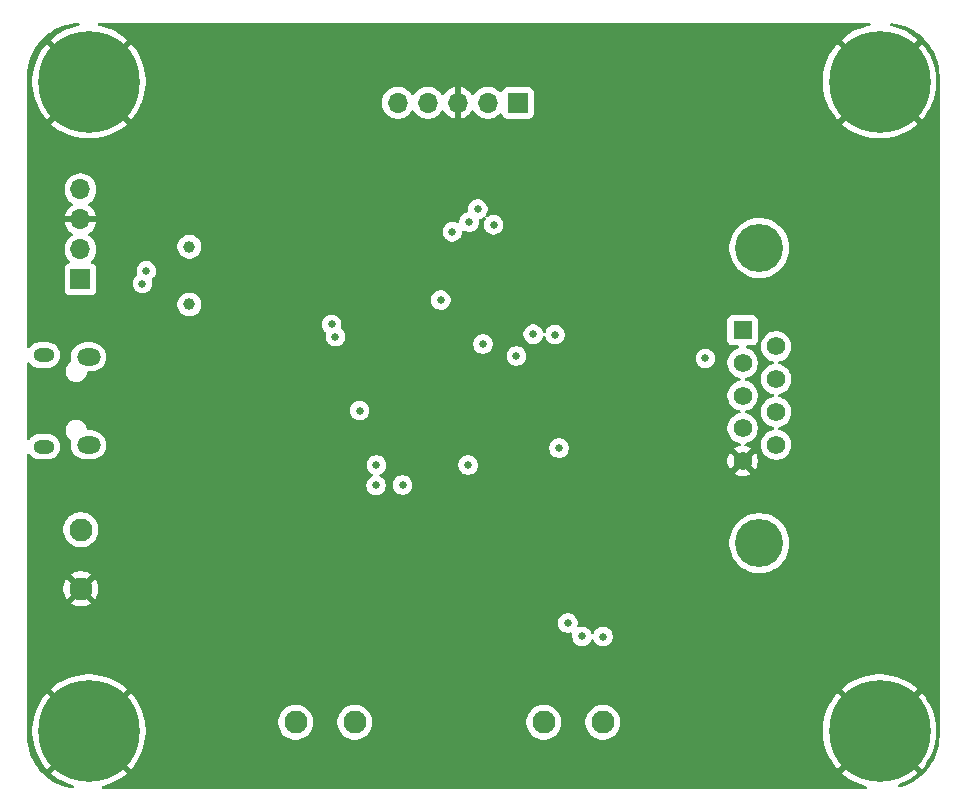
<source format=gbr>
%TF.GenerationSoftware,KiCad,Pcbnew,9.0.0*%
%TF.CreationDate,2025-05-02T19:21:32+02:00*%
%TF.ProjectId,PIC_GATE_LOCK_SYSTEM,5049435f-4741-4544-955f-4c4f434b5f53,rev?*%
%TF.SameCoordinates,Original*%
%TF.FileFunction,Copper,L3,Inr*%
%TF.FilePolarity,Positive*%
%FSLAX46Y46*%
G04 Gerber Fmt 4.6, Leading zero omitted, Abs format (unit mm)*
G04 Created by KiCad (PCBNEW 9.0.0) date 2025-05-02 19:21:32*
%MOMM*%
%LPD*%
G01*
G04 APERTURE LIST*
%TA.AperFunction,ComponentPad*%
%ADD10R,1.700000X1.700000*%
%TD*%
%TA.AperFunction,ComponentPad*%
%ADD11O,1.700000X1.700000*%
%TD*%
%TA.AperFunction,ComponentPad*%
%ADD12C,1.950000*%
%TD*%
%TA.AperFunction,ComponentPad*%
%ADD13R,1.575000X1.575000*%
%TD*%
%TA.AperFunction,ComponentPad*%
%ADD14C,1.575000*%
%TD*%
%TA.AperFunction,ComponentPad*%
%ADD15C,4.066000*%
%TD*%
%TA.AperFunction,ComponentPad*%
%ADD16C,0.900000*%
%TD*%
%TA.AperFunction,ComponentPad*%
%ADD17C,8.600000*%
%TD*%
%TA.AperFunction,HeatsinkPad*%
%ADD18O,1.800000X1.150000*%
%TD*%
%TA.AperFunction,HeatsinkPad*%
%ADD19O,2.000000X1.450000*%
%TD*%
%TA.AperFunction,ComponentPad*%
%ADD20C,1.007000*%
%TD*%
%TA.AperFunction,ViaPad*%
%ADD21C,0.650000*%
%TD*%
%TA.AperFunction,ViaPad*%
%ADD22C,0.700000*%
%TD*%
G04 APERTURE END LIST*
D10*
%TO.N,PIC_VDD*%
%TO.C,J2*%
X140650000Y-76800000D03*
D11*
%TO.N,MCLR*%
X138110000Y-76800000D03*
%TO.N,GND*%
X135570000Y-76800000D03*
%TO.N,ICSP_CLK*%
X133030000Y-76800000D03*
%TO.N,ICSP_DAT*%
X130490000Y-76800000D03*
%TD*%
D12*
%TO.N,Net-(M2-Pin_1)*%
%TO.C,M2*%
X121850000Y-129250000D03*
%TO.N,Net-(M2-Pin_2)*%
X126850000Y-129250000D03*
%TD*%
D13*
%TO.N,unconnected-(J3-Pad1)*%
%TO.C,J3*%
X159680000Y-96045000D03*
D14*
%TO.N,RXD*%
X159680000Y-98815000D03*
%TO.N,TXD*%
X159680000Y-101585000D03*
%TO.N,unconnected-(J3-Pad4)*%
X159680000Y-104355000D03*
%TO.N,GND*%
X159680000Y-107125000D03*
%TO.N,unconnected-(J3-Pad6)*%
X162520000Y-97430000D03*
%TO.N,unconnected-(J3-Pad7)*%
X162520000Y-100200000D03*
%TO.N,unconnected-(J3-Pad8)*%
X162520000Y-102970000D03*
%TO.N,unconnected-(J3-Pad9)*%
X162520000Y-105740000D03*
D15*
%TO.N,N/C*%
X161100000Y-114080000D03*
X161100000Y-89090000D03*
%TD*%
D12*
%TO.N,Net-(M1-Pin_1)*%
%TO.C,M1*%
X142850000Y-129250000D03*
%TO.N,Net-(M1-Pin_2)*%
X147850000Y-129250000D03*
%TD*%
D16*
%TO.N,GND*%
%TO.C,H2*%
X101115419Y-75010419D03*
X102060000Y-72730000D03*
X102060000Y-77290838D03*
X104340419Y-71785419D03*
D17*
X104340419Y-75010419D03*
D16*
X104340419Y-78235419D03*
X106620838Y-72730000D03*
X106620838Y-77290838D03*
X107565419Y-75010419D03*
%TD*%
D12*
%TO.N,+12V*%
%TO.C,12V1*%
X103650000Y-112930000D03*
%TO.N,GND*%
X103650000Y-117930000D03*
%TD*%
D16*
%TO.N,GND*%
%TO.C,H4*%
X168055000Y-129985000D03*
X168999581Y-127704581D03*
X168999581Y-132265419D03*
X171280000Y-126760000D03*
D17*
X171280000Y-129985000D03*
D16*
X171280000Y-133210000D03*
X173560419Y-127704581D03*
X173560419Y-132265419D03*
X174505000Y-129985000D03*
%TD*%
%TO.N,GND*%
%TO.C,H1*%
X168055000Y-75010419D03*
X168999581Y-72730000D03*
X168999581Y-77290838D03*
X171280000Y-71785419D03*
D17*
X171280000Y-75010419D03*
D16*
X171280000Y-78235419D03*
X173560419Y-72730000D03*
X173560419Y-77290838D03*
X174505000Y-75010419D03*
%TD*%
D10*
%TO.N,Net-(J4-Pin_1)*%
%TO.C,J4*%
X103620000Y-91750000D03*
D11*
%TO.N,Net-(J4-Pin_2)*%
X103620000Y-89210000D03*
%TO.N,GND*%
X103620000Y-86670000D03*
%TO.N,+5V*%
X103620000Y-84130000D03*
%TD*%
D18*
%TO.N,unconnected-(J1-Shield-Pad6)*%
%TO.C,J1*%
X100505000Y-98165000D03*
D19*
%TO.N,unconnected-(J1-Shield-Pad6)_2*%
X104305000Y-98315000D03*
%TO.N,unconnected-(J1-Shield-Pad6)_1*%
X104305000Y-105765000D03*
D18*
%TO.N,unconnected-(J1-Shield-Pad6)_3*%
X100505000Y-105915000D03*
%TD*%
D16*
%TO.N,GND*%
%TO.C,H3*%
X101115419Y-129985000D03*
X102060000Y-127704581D03*
X102060000Y-132265419D03*
X104340419Y-126760000D03*
D17*
X104340419Y-129985000D03*
D16*
X104340419Y-133210000D03*
X106620838Y-127704581D03*
X106620838Y-132265419D03*
X107565419Y-129985000D03*
%TD*%
D20*
%TO.N,Net-(C11-Pad1)*%
%TO.C,Y1*%
X112835000Y-93867500D03*
%TO.N,PIC_OSC1*%
X112835000Y-88987500D03*
%TD*%
D21*
%TO.N,GND*%
X135550000Y-79420000D03*
X107885000Y-86685000D03*
D22*
X115110000Y-98970000D03*
D21*
%TO.N,+5V*%
X127260000Y-102860000D03*
%TO.N,GND*%
X144060000Y-90370000D03*
X116950000Y-92640000D03*
X120840000Y-109190000D03*
X131190000Y-123750000D03*
X153345000Y-94235000D03*
X134960000Y-110530000D03*
X136250000Y-110490000D03*
X117130000Y-113570000D03*
X129980000Y-90650000D03*
X129920000Y-123880000D03*
X146190000Y-90420000D03*
X123520000Y-112460000D03*
X118415000Y-80775000D03*
X118780000Y-109450000D03*
X116695000Y-78125000D03*
X106570000Y-103350000D03*
X121775001Y-87954999D03*
X147390000Y-103010000D03*
X117280000Y-87120000D03*
X113875000Y-78115000D03*
X125720000Y-89290000D03*
%TO.N,+5V*%
X134130000Y-93500000D03*
X144130000Y-106030000D03*
%TO.N,PIC_RXD*%
X109190000Y-91020000D03*
X124885000Y-95550000D03*
%TO.N,PIC_TXD*%
X141950000Y-96390000D03*
X143790000Y-96420000D03*
X108860000Y-92100000D03*
X125210000Y-96600000D03*
%TO.N,Net-(M1-Pin_2)*%
X146080000Y-121970000D03*
X147860000Y-121990000D03*
%TO.N,RB0*%
X140530000Y-98230000D03*
X135100000Y-87720000D03*
%TO.N,RB1*%
X137700000Y-97220000D03*
X136510000Y-86890000D03*
%TO.N,RB3*%
X144880000Y-120840000D03*
X138590000Y-87130000D03*
X156520000Y-98430000D03*
X137260000Y-85800000D03*
%TO.N,EN1.2*%
X136440000Y-107460000D03*
X128680000Y-107460000D03*
%TO.N,RB2*%
X128650000Y-109190000D03*
X130890000Y-109150000D03*
%TD*%
%TA.AperFunction,Conductor*%
%TO.N,GND*%
G36*
X170473427Y-70060185D02*
G01*
X170519182Y-70112989D01*
X170529126Y-70182147D01*
X170500101Y-70245703D01*
X170441323Y-70283477D01*
X170427921Y-70286616D01*
X170240105Y-70319733D01*
X170240092Y-70319736D01*
X169835247Y-70428212D01*
X169441360Y-70571576D01*
X169441352Y-70571579D01*
X169061504Y-70748706D01*
X169061488Y-70748714D01*
X168698513Y-70958278D01*
X168698487Y-70958294D01*
X168355166Y-71198690D01*
X168065164Y-71442031D01*
X169946651Y-73323517D01*
X169859365Y-73390495D01*
X169660076Y-73589784D01*
X169593099Y-73677070D01*
X167711612Y-71795583D01*
X167468271Y-72085585D01*
X167227875Y-72428906D01*
X167227859Y-72428932D01*
X167018295Y-72791907D01*
X167018287Y-72791923D01*
X166841160Y-73171771D01*
X166841157Y-73171779D01*
X166697793Y-73565666D01*
X166589317Y-73970511D01*
X166589314Y-73970524D01*
X166516531Y-74383293D01*
X166480000Y-74800842D01*
X166480000Y-75219995D01*
X166516531Y-75637544D01*
X166589314Y-76050313D01*
X166589317Y-76050326D01*
X166697793Y-76455171D01*
X166841157Y-76849058D01*
X166841160Y-76849066D01*
X167018287Y-77228914D01*
X167018295Y-77228930D01*
X167227859Y-77591905D01*
X167227875Y-77591931D01*
X167468271Y-77935252D01*
X167711611Y-78225253D01*
X169593098Y-76343766D01*
X169660076Y-76431054D01*
X169859365Y-76630343D01*
X169946650Y-76697319D01*
X168065163Y-78578806D01*
X168065164Y-78578807D01*
X168355159Y-78822142D01*
X168698487Y-79062543D01*
X168698513Y-79062559D01*
X169061488Y-79272123D01*
X169061504Y-79272131D01*
X169441352Y-79449258D01*
X169441360Y-79449261D01*
X169835247Y-79592625D01*
X170240092Y-79701101D01*
X170240105Y-79701104D01*
X170652874Y-79773887D01*
X171070423Y-79810418D01*
X171070426Y-79810419D01*
X171489574Y-79810419D01*
X171489576Y-79810418D01*
X171907125Y-79773887D01*
X172319894Y-79701104D01*
X172319907Y-79701101D01*
X172724752Y-79592625D01*
X173118639Y-79449261D01*
X173118647Y-79449258D01*
X173498495Y-79272131D01*
X173498511Y-79272123D01*
X173861486Y-79062559D01*
X173861512Y-79062543D01*
X174204840Y-78822142D01*
X174494834Y-78578807D01*
X174494835Y-78578806D01*
X172613348Y-76697320D01*
X172700635Y-76630343D01*
X172899924Y-76431054D01*
X172966901Y-76343767D01*
X174848387Y-78225254D01*
X174848388Y-78225253D01*
X175091723Y-77935259D01*
X175332124Y-77591931D01*
X175332140Y-77591905D01*
X175541704Y-77228930D01*
X175541712Y-77228914D01*
X175718839Y-76849066D01*
X175718842Y-76849058D01*
X175862206Y-76455171D01*
X175970682Y-76050326D01*
X175970685Y-76050313D01*
X176043468Y-75637544D01*
X176079999Y-75219995D01*
X176080000Y-75219993D01*
X176080000Y-74800845D01*
X176079999Y-74800842D01*
X176043468Y-74383293D01*
X175970685Y-73970524D01*
X175970682Y-73970511D01*
X175862206Y-73565666D01*
X175718842Y-73171779D01*
X175718839Y-73171771D01*
X175541712Y-72791923D01*
X175541704Y-72791907D01*
X175332140Y-72428932D01*
X175332124Y-72428906D01*
X175091723Y-72085578D01*
X174848388Y-71795583D01*
X174848387Y-71795582D01*
X172966900Y-73677069D01*
X172899924Y-73589784D01*
X172700635Y-73390495D01*
X172613347Y-73323516D01*
X174494834Y-71442030D01*
X174204833Y-71198690D01*
X173861512Y-70958294D01*
X173861486Y-70958278D01*
X173498511Y-70748714D01*
X173498495Y-70748706D01*
X173118647Y-70571579D01*
X173118639Y-70571576D01*
X172724752Y-70428212D01*
X172319907Y-70319736D01*
X172319897Y-70319734D01*
X172248876Y-70307210D01*
X172186274Y-70276182D01*
X172150384Y-70216235D01*
X172152602Y-70146400D01*
X172192223Y-70088851D01*
X172256668Y-70061858D01*
X172286587Y-70062154D01*
X172635971Y-70108152D01*
X172646597Y-70110025D01*
X173019284Y-70192648D01*
X173029710Y-70195442D01*
X173393765Y-70310227D01*
X173403911Y-70313920D01*
X173756578Y-70460000D01*
X173766369Y-70464566D01*
X173971939Y-70571579D01*
X174104942Y-70640816D01*
X174114309Y-70646223D01*
X174275187Y-70748714D01*
X174436244Y-70851318D01*
X174445105Y-70857523D01*
X174747930Y-71089889D01*
X174756217Y-71096843D01*
X175037635Y-71354715D01*
X175045284Y-71362364D01*
X175303156Y-71643782D01*
X175310110Y-71652069D01*
X175542476Y-71954894D01*
X175548681Y-71963755D01*
X175753775Y-72285689D01*
X175759183Y-72295057D01*
X175935430Y-72633623D01*
X175940002Y-72643427D01*
X176086075Y-72996078D01*
X176089775Y-73006244D01*
X176204554Y-73370278D01*
X176207354Y-73380727D01*
X176289971Y-73753389D01*
X176291849Y-73764042D01*
X176341671Y-74142473D01*
X176342614Y-74153249D01*
X176359382Y-74537297D01*
X176359500Y-74542706D01*
X176359500Y-130377293D01*
X176359382Y-130382702D01*
X176342614Y-130766750D01*
X176341671Y-130777526D01*
X176291849Y-131155957D01*
X176289971Y-131166610D01*
X176207354Y-131539272D01*
X176204554Y-131549721D01*
X176089775Y-131913755D01*
X176086075Y-131923921D01*
X175940002Y-132276572D01*
X175935430Y-132286376D01*
X175759183Y-132624942D01*
X175753775Y-132634310D01*
X175548681Y-132956244D01*
X175542476Y-132965105D01*
X175310110Y-133267930D01*
X175303156Y-133276217D01*
X175045284Y-133557635D01*
X175037635Y-133565284D01*
X174756217Y-133823156D01*
X174747930Y-133830110D01*
X174445105Y-134062476D01*
X174436244Y-134068681D01*
X174114310Y-134273775D01*
X174104942Y-134279183D01*
X173766376Y-134455430D01*
X173756572Y-134460002D01*
X173403921Y-134606075D01*
X173393755Y-134609775D01*
X173029721Y-134724554D01*
X173019272Y-134727354D01*
X172987241Y-134734455D01*
X172917530Y-134729747D01*
X172861431Y-134688097D01*
X172836755Y-134622730D01*
X172851336Y-134554399D01*
X172900545Y-134504798D01*
X172917993Y-134496872D01*
X173118632Y-134423845D01*
X173118647Y-134423839D01*
X173498495Y-134246712D01*
X173498511Y-134246704D01*
X173861486Y-134037140D01*
X173861512Y-134037124D01*
X174204840Y-133796723D01*
X174494834Y-133553388D01*
X174494835Y-133553387D01*
X172613348Y-131671901D01*
X172700635Y-131604924D01*
X172899924Y-131405635D01*
X172966901Y-131318348D01*
X174848387Y-133199835D01*
X174848388Y-133199834D01*
X175091723Y-132909840D01*
X175332124Y-132566512D01*
X175332140Y-132566486D01*
X175541704Y-132203511D01*
X175541712Y-132203495D01*
X175718839Y-131823647D01*
X175718842Y-131823639D01*
X175862206Y-131429752D01*
X175970682Y-131024907D01*
X175970685Y-131024894D01*
X176043468Y-130612125D01*
X176079999Y-130194576D01*
X176080000Y-130194574D01*
X176080000Y-129775426D01*
X176079999Y-129775423D01*
X176043468Y-129357874D01*
X175970685Y-128945105D01*
X175970682Y-128945092D01*
X175862206Y-128540247D01*
X175718842Y-128146360D01*
X175718839Y-128146352D01*
X175541712Y-127766504D01*
X175541704Y-127766488D01*
X175332140Y-127403513D01*
X175332124Y-127403487D01*
X175091723Y-127060159D01*
X174848388Y-126770164D01*
X174848387Y-126770163D01*
X172966900Y-128651650D01*
X172899924Y-128564365D01*
X172700635Y-128365076D01*
X172613347Y-128298097D01*
X174494834Y-126416611D01*
X174204833Y-126173271D01*
X173861512Y-125932875D01*
X173861486Y-125932859D01*
X173498511Y-125723295D01*
X173498495Y-125723287D01*
X173118647Y-125546160D01*
X173118639Y-125546157D01*
X172724752Y-125402793D01*
X172319907Y-125294317D01*
X172319894Y-125294314D01*
X171907125Y-125221531D01*
X171489576Y-125185000D01*
X171070423Y-125185000D01*
X170652874Y-125221531D01*
X170240105Y-125294314D01*
X170240092Y-125294317D01*
X169835247Y-125402793D01*
X169441360Y-125546157D01*
X169441352Y-125546160D01*
X169061504Y-125723287D01*
X169061488Y-125723295D01*
X168698513Y-125932859D01*
X168698487Y-125932875D01*
X168355166Y-126173271D01*
X168065164Y-126416612D01*
X169946651Y-128298098D01*
X169859365Y-128365076D01*
X169660076Y-128564365D01*
X169593099Y-128651651D01*
X167711612Y-126770164D01*
X167468271Y-127060166D01*
X167227875Y-127403487D01*
X167227859Y-127403513D01*
X167018295Y-127766488D01*
X167018287Y-127766504D01*
X166841160Y-128146352D01*
X166841157Y-128146360D01*
X166697793Y-128540247D01*
X166589317Y-128945092D01*
X166589314Y-128945105D01*
X166516531Y-129357874D01*
X166480000Y-129775423D01*
X166480000Y-130194576D01*
X166516531Y-130612125D01*
X166589314Y-131024894D01*
X166589317Y-131024907D01*
X166697793Y-131429752D01*
X166841157Y-131823639D01*
X166841160Y-131823647D01*
X167018287Y-132203495D01*
X167018295Y-132203511D01*
X167227859Y-132566486D01*
X167227875Y-132566512D01*
X167468271Y-132909833D01*
X167711611Y-133199834D01*
X169593098Y-131318347D01*
X169660076Y-131405635D01*
X169859365Y-131604924D01*
X169946650Y-131671900D01*
X168065163Y-133553387D01*
X168065164Y-133553388D01*
X168355159Y-133796723D01*
X168698487Y-134037124D01*
X168698513Y-134037140D01*
X169061488Y-134246704D01*
X169061504Y-134246712D01*
X169441352Y-134423839D01*
X169441360Y-134423842D01*
X169835247Y-134567206D01*
X170090966Y-134635725D01*
X170150627Y-134672090D01*
X170181156Y-134734937D01*
X170172861Y-134804312D01*
X170128376Y-134858190D01*
X170061824Y-134879465D01*
X170058873Y-134879500D01*
X105561546Y-134879500D01*
X105494507Y-134859815D01*
X105448752Y-134807011D01*
X105438808Y-134737853D01*
X105467833Y-134674297D01*
X105526611Y-134636523D01*
X105529453Y-134635725D01*
X105785171Y-134567206D01*
X106179058Y-134423842D01*
X106179066Y-134423839D01*
X106558914Y-134246712D01*
X106558930Y-134246704D01*
X106921905Y-134037140D01*
X106921931Y-134037124D01*
X107265259Y-133796723D01*
X107555253Y-133553388D01*
X107555254Y-133553387D01*
X105673767Y-131671901D01*
X105761054Y-131604924D01*
X105960343Y-131405635D01*
X106027319Y-131318348D01*
X107908806Y-133199835D01*
X107908807Y-133199834D01*
X108152142Y-132909840D01*
X108392543Y-132566512D01*
X108392559Y-132566486D01*
X108602123Y-132203511D01*
X108602131Y-132203495D01*
X108779258Y-131823647D01*
X108779261Y-131823639D01*
X108922625Y-131429752D01*
X109031101Y-131024907D01*
X109031104Y-131024894D01*
X109103887Y-130612125D01*
X109140418Y-130194576D01*
X109140419Y-130194574D01*
X109140419Y-129775426D01*
X109140418Y-129775423D01*
X109103887Y-129357874D01*
X109067328Y-129150537D01*
X109067328Y-129150536D01*
X109064389Y-129133870D01*
X120374500Y-129133870D01*
X120374500Y-129366129D01*
X120410831Y-129595514D01*
X120482601Y-129816400D01*
X120568507Y-129984998D01*
X120588039Y-130023331D01*
X120724551Y-130211224D01*
X120888776Y-130375449D01*
X121076669Y-130511961D01*
X121174436Y-130561776D01*
X121283599Y-130617398D01*
X121283601Y-130617398D01*
X121283604Y-130617400D01*
X121504486Y-130689169D01*
X121622668Y-130707886D01*
X121733871Y-130725500D01*
X121733876Y-130725500D01*
X121966129Y-130725500D01*
X122067502Y-130709443D01*
X122195514Y-130689169D01*
X122416396Y-130617400D01*
X122623331Y-130511961D01*
X122811224Y-130375449D01*
X122975449Y-130211224D01*
X123111961Y-130023331D01*
X123217400Y-129816396D01*
X123289169Y-129595514D01*
X123309443Y-129467502D01*
X123325500Y-129366129D01*
X123325500Y-129133870D01*
X125374500Y-129133870D01*
X125374500Y-129366129D01*
X125410831Y-129595514D01*
X125482601Y-129816400D01*
X125568507Y-129984998D01*
X125588039Y-130023331D01*
X125724551Y-130211224D01*
X125888776Y-130375449D01*
X126076669Y-130511961D01*
X126174436Y-130561776D01*
X126283599Y-130617398D01*
X126283601Y-130617398D01*
X126283604Y-130617400D01*
X126504486Y-130689169D01*
X126622668Y-130707886D01*
X126733871Y-130725500D01*
X126733876Y-130725500D01*
X126966129Y-130725500D01*
X127067502Y-130709443D01*
X127195514Y-130689169D01*
X127416396Y-130617400D01*
X127623331Y-130511961D01*
X127811224Y-130375449D01*
X127975449Y-130211224D01*
X128111961Y-130023331D01*
X128217400Y-129816396D01*
X128289169Y-129595514D01*
X128309443Y-129467502D01*
X128325500Y-129366129D01*
X128325500Y-129133870D01*
X141374500Y-129133870D01*
X141374500Y-129366129D01*
X141410831Y-129595514D01*
X141482601Y-129816400D01*
X141568507Y-129984998D01*
X141588039Y-130023331D01*
X141724551Y-130211224D01*
X141888776Y-130375449D01*
X142076669Y-130511961D01*
X142174436Y-130561776D01*
X142283599Y-130617398D01*
X142283601Y-130617398D01*
X142283604Y-130617400D01*
X142504486Y-130689169D01*
X142622668Y-130707886D01*
X142733871Y-130725500D01*
X142733876Y-130725500D01*
X142966129Y-130725500D01*
X143067502Y-130709443D01*
X143195514Y-130689169D01*
X143416396Y-130617400D01*
X143623331Y-130511961D01*
X143811224Y-130375449D01*
X143975449Y-130211224D01*
X144111961Y-130023331D01*
X144217400Y-129816396D01*
X144289169Y-129595514D01*
X144309443Y-129467502D01*
X144325500Y-129366129D01*
X144325500Y-129133870D01*
X146374500Y-129133870D01*
X146374500Y-129366129D01*
X146410831Y-129595514D01*
X146482601Y-129816400D01*
X146568507Y-129984998D01*
X146588039Y-130023331D01*
X146724551Y-130211224D01*
X146888776Y-130375449D01*
X147076669Y-130511961D01*
X147174436Y-130561776D01*
X147283599Y-130617398D01*
X147283601Y-130617398D01*
X147283604Y-130617400D01*
X147504486Y-130689169D01*
X147622668Y-130707886D01*
X147733871Y-130725500D01*
X147733876Y-130725500D01*
X147966129Y-130725500D01*
X148067502Y-130709443D01*
X148195514Y-130689169D01*
X148416396Y-130617400D01*
X148623331Y-130511961D01*
X148811224Y-130375449D01*
X148975449Y-130211224D01*
X149111961Y-130023331D01*
X149217400Y-129816396D01*
X149289169Y-129595514D01*
X149294056Y-129564656D01*
X149325500Y-129366129D01*
X149325500Y-129133870D01*
X149306232Y-129012222D01*
X149289169Y-128904486D01*
X149217400Y-128683604D01*
X149217398Y-128683601D01*
X149217398Y-128683599D01*
X149111960Y-128476668D01*
X148975449Y-128288776D01*
X148811224Y-128124551D01*
X148623331Y-127988039D01*
X148538337Y-127944732D01*
X148416400Y-127882601D01*
X148195514Y-127810831D01*
X147966129Y-127774500D01*
X147966124Y-127774500D01*
X147733876Y-127774500D01*
X147733871Y-127774500D01*
X147504485Y-127810831D01*
X147283599Y-127882601D01*
X147076668Y-127988039D01*
X146888773Y-128124553D01*
X146724553Y-128288773D01*
X146588039Y-128476668D01*
X146482601Y-128683599D01*
X146410831Y-128904485D01*
X146374500Y-129133870D01*
X144325500Y-129133870D01*
X144306232Y-129012222D01*
X144289169Y-128904486D01*
X144217400Y-128683604D01*
X144217398Y-128683601D01*
X144217398Y-128683599D01*
X144111960Y-128476668D01*
X143975449Y-128288776D01*
X143811224Y-128124551D01*
X143623331Y-127988039D01*
X143538337Y-127944732D01*
X143416400Y-127882601D01*
X143195514Y-127810831D01*
X142966129Y-127774500D01*
X142966124Y-127774500D01*
X142733876Y-127774500D01*
X142733871Y-127774500D01*
X142504485Y-127810831D01*
X142283599Y-127882601D01*
X142076668Y-127988039D01*
X141888773Y-128124553D01*
X141724553Y-128288773D01*
X141588039Y-128476668D01*
X141482601Y-128683599D01*
X141410831Y-128904485D01*
X141374500Y-129133870D01*
X128325500Y-129133870D01*
X128306232Y-129012222D01*
X128289169Y-128904486D01*
X128217400Y-128683604D01*
X128217398Y-128683601D01*
X128217398Y-128683599D01*
X128111960Y-128476668D01*
X127975449Y-128288776D01*
X127811224Y-128124551D01*
X127623331Y-127988039D01*
X127538337Y-127944732D01*
X127416400Y-127882601D01*
X127195514Y-127810831D01*
X126966129Y-127774500D01*
X126966124Y-127774500D01*
X126733876Y-127774500D01*
X126733871Y-127774500D01*
X126504485Y-127810831D01*
X126283599Y-127882601D01*
X126076668Y-127988039D01*
X125888773Y-128124553D01*
X125724553Y-128288773D01*
X125588039Y-128476668D01*
X125482601Y-128683599D01*
X125410831Y-128904485D01*
X125374500Y-129133870D01*
X123325500Y-129133870D01*
X123306232Y-129012222D01*
X123289169Y-128904486D01*
X123217400Y-128683604D01*
X123217398Y-128683601D01*
X123217398Y-128683599D01*
X123111960Y-128476668D01*
X122975449Y-128288776D01*
X122811224Y-128124551D01*
X122623331Y-127988039D01*
X122538337Y-127944732D01*
X122416400Y-127882601D01*
X122195514Y-127810831D01*
X121966129Y-127774500D01*
X121966124Y-127774500D01*
X121733876Y-127774500D01*
X121733871Y-127774500D01*
X121504485Y-127810831D01*
X121283599Y-127882601D01*
X121076668Y-127988039D01*
X120888773Y-128124553D01*
X120724553Y-128288773D01*
X120588039Y-128476668D01*
X120482601Y-128683599D01*
X120410831Y-128904485D01*
X120374500Y-129133870D01*
X109064389Y-129133870D01*
X109031105Y-128945109D01*
X109031101Y-128945092D01*
X108922625Y-128540247D01*
X108779261Y-128146360D01*
X108779258Y-128146352D01*
X108602131Y-127766504D01*
X108602123Y-127766488D01*
X108392559Y-127403513D01*
X108392543Y-127403487D01*
X108152142Y-127060159D01*
X107908807Y-126770164D01*
X107908806Y-126770163D01*
X106027319Y-128651650D01*
X105960343Y-128564365D01*
X105761054Y-128365076D01*
X105673766Y-128298097D01*
X107555253Y-126416611D01*
X107265252Y-126173271D01*
X106921931Y-125932875D01*
X106921905Y-125932859D01*
X106558930Y-125723295D01*
X106558914Y-125723287D01*
X106179066Y-125546160D01*
X106179058Y-125546157D01*
X105785171Y-125402793D01*
X105380326Y-125294317D01*
X105380313Y-125294314D01*
X104967544Y-125221531D01*
X104549995Y-125185000D01*
X104130842Y-125185000D01*
X103713293Y-125221531D01*
X103300524Y-125294314D01*
X103300511Y-125294317D01*
X102895666Y-125402793D01*
X102501779Y-125546157D01*
X102501771Y-125546160D01*
X102121923Y-125723287D01*
X102121907Y-125723295D01*
X101758932Y-125932859D01*
X101758906Y-125932875D01*
X101415585Y-126173271D01*
X101125583Y-126416612D01*
X103007070Y-128298098D01*
X102919784Y-128365076D01*
X102720495Y-128564365D01*
X102653517Y-128651651D01*
X100772031Y-126770164D01*
X100528690Y-127060166D01*
X100288294Y-127403487D01*
X100288278Y-127403513D01*
X100078714Y-127766488D01*
X100078706Y-127766504D01*
X99901579Y-128146352D01*
X99901576Y-128146360D01*
X99758212Y-128540247D01*
X99649736Y-128945092D01*
X99649733Y-128945105D01*
X99576950Y-129357874D01*
X99540419Y-129775423D01*
X99540419Y-130194576D01*
X99576950Y-130612125D01*
X99649733Y-131024894D01*
X99649736Y-131024907D01*
X99758212Y-131429752D01*
X99901576Y-131823639D01*
X99901579Y-131823647D01*
X100078706Y-132203495D01*
X100078714Y-132203511D01*
X100288278Y-132566486D01*
X100288294Y-132566512D01*
X100528690Y-132909833D01*
X100772030Y-133199834D01*
X102653517Y-131318347D01*
X102720495Y-131405635D01*
X102919784Y-131604924D01*
X103007069Y-131671900D01*
X101125582Y-133553387D01*
X101125583Y-133553388D01*
X101415578Y-133796723D01*
X101758906Y-134037124D01*
X101758932Y-134037140D01*
X102121907Y-134246704D01*
X102121923Y-134246712D01*
X102501771Y-134423839D01*
X102501779Y-134423842D01*
X102895668Y-134567207D01*
X102951690Y-134582217D01*
X102974862Y-134596340D01*
X102999679Y-134607319D01*
X103004254Y-134614255D01*
X103011351Y-134618581D01*
X103023209Y-134642990D01*
X103038151Y-134665643D01*
X103038249Y-134673952D01*
X103041881Y-134681427D01*
X103038659Y-134708370D01*
X103038983Y-134735508D01*
X103034573Y-134742552D01*
X103033587Y-134750803D01*
X103016312Y-134771724D01*
X103001911Y-134794732D01*
X102994391Y-134798274D01*
X102989102Y-134804681D01*
X102963257Y-134812943D01*
X102938705Y-134824511D01*
X102926624Y-134824654D01*
X102922551Y-134825957D01*
X102903413Y-134824931D01*
X102804042Y-134811849D01*
X102793389Y-134809971D01*
X102420727Y-134727354D01*
X102410278Y-134724554D01*
X102046244Y-134609775D01*
X102036078Y-134606075D01*
X101683427Y-134460002D01*
X101673623Y-134455430D01*
X101335057Y-134279183D01*
X101325689Y-134273775D01*
X101003755Y-134068681D01*
X100994894Y-134062476D01*
X100692069Y-133830110D01*
X100683782Y-133823156D01*
X100402364Y-133565284D01*
X100394715Y-133557635D01*
X100136843Y-133276217D01*
X100129889Y-133267930D01*
X99897523Y-132965105D01*
X99891318Y-132956244D01*
X99861755Y-132909840D01*
X99686223Y-132634309D01*
X99680816Y-132624942D01*
X99504569Y-132286376D01*
X99499997Y-132276572D01*
X99469734Y-132203511D01*
X99353920Y-131923911D01*
X99350224Y-131913755D01*
X99235442Y-131549710D01*
X99232648Y-131539284D01*
X99150025Y-131166597D01*
X99148152Y-131155971D01*
X99098326Y-130777506D01*
X99097386Y-130766771D01*
X99080618Y-130382702D01*
X99080500Y-130377293D01*
X99080500Y-120921307D01*
X144054499Y-120921307D01*
X144086222Y-121080783D01*
X144086225Y-121080793D01*
X144148450Y-121231019D01*
X144148452Y-121231023D01*
X144238788Y-121366220D01*
X144238794Y-121366228D01*
X144353771Y-121481205D01*
X144353779Y-121481211D01*
X144488976Y-121571547D01*
X144488980Y-121571549D01*
X144636343Y-121632588D01*
X144639211Y-121633776D01*
X144639215Y-121633776D01*
X144639216Y-121633777D01*
X144798692Y-121665500D01*
X144798695Y-121665500D01*
X144961307Y-121665500D01*
X145126763Y-121632588D01*
X145127088Y-121634226D01*
X145188931Y-121633669D01*
X145248048Y-121670911D01*
X145277645Y-121734203D01*
X145276688Y-121777148D01*
X145254500Y-121888692D01*
X145254500Y-121888695D01*
X145254500Y-122051305D01*
X145254500Y-122051307D01*
X145254499Y-122051307D01*
X145286222Y-122210783D01*
X145286225Y-122210793D01*
X145348450Y-122361019D01*
X145348452Y-122361023D01*
X145438788Y-122496220D01*
X145438794Y-122496228D01*
X145553771Y-122611205D01*
X145553779Y-122611211D01*
X145688976Y-122701547D01*
X145688980Y-122701549D01*
X145839206Y-122763774D01*
X145839211Y-122763776D01*
X145839215Y-122763776D01*
X145839216Y-122763777D01*
X145998692Y-122795500D01*
X145998695Y-122795500D01*
X146161307Y-122795500D01*
X146268598Y-122774157D01*
X146320789Y-122763776D01*
X146471021Y-122701548D01*
X146471023Y-122701547D01*
X146576288Y-122631211D01*
X146606225Y-122611208D01*
X146721208Y-122496225D01*
X146811548Y-122361021D01*
X146851297Y-122265056D01*
X146895136Y-122210656D01*
X146961430Y-122188590D01*
X147029129Y-122205869D01*
X147076740Y-122257005D01*
X147080418Y-122265058D01*
X147128452Y-122381022D01*
X147128452Y-122381023D01*
X147218788Y-122516220D01*
X147218794Y-122516228D01*
X147333771Y-122631205D01*
X147333779Y-122631211D01*
X147468976Y-122721547D01*
X147468980Y-122721549D01*
X147619206Y-122783774D01*
X147619211Y-122783776D01*
X147619215Y-122783776D01*
X147619216Y-122783777D01*
X147778692Y-122815500D01*
X147778695Y-122815500D01*
X147941307Y-122815500D01*
X148048598Y-122794157D01*
X148100789Y-122783776D01*
X148251021Y-122721548D01*
X148251023Y-122721547D01*
X148318169Y-122676680D01*
X148386225Y-122631208D01*
X148501208Y-122516225D01*
X148591548Y-122381021D01*
X148599832Y-122361023D01*
X148612290Y-122330943D01*
X148653776Y-122230789D01*
X148685500Y-122071305D01*
X148685500Y-121908695D01*
X148685500Y-121908692D01*
X148653777Y-121749216D01*
X148653776Y-121749215D01*
X148653776Y-121749211D01*
X148653774Y-121749206D01*
X148591549Y-121598980D01*
X148591547Y-121598976D01*
X148501211Y-121463779D01*
X148501205Y-121463771D01*
X148386228Y-121348794D01*
X148386220Y-121348788D01*
X148251023Y-121258452D01*
X148251019Y-121258450D01*
X148100793Y-121196225D01*
X148100783Y-121196222D01*
X147941307Y-121164500D01*
X147941305Y-121164500D01*
X147778695Y-121164500D01*
X147778693Y-121164500D01*
X147619216Y-121196222D01*
X147619206Y-121196225D01*
X147468980Y-121258450D01*
X147468976Y-121258452D01*
X147333779Y-121348788D01*
X147333771Y-121348794D01*
X147218794Y-121463771D01*
X147218788Y-121463779D01*
X147128452Y-121598976D01*
X147128452Y-121598977D01*
X147088703Y-121694941D01*
X147044862Y-121749344D01*
X146978568Y-121771409D01*
X146910868Y-121754130D01*
X146863258Y-121702992D01*
X146859581Y-121694941D01*
X146811547Y-121578976D01*
X146721211Y-121443779D01*
X146721205Y-121443771D01*
X146606228Y-121328794D01*
X146606220Y-121328788D01*
X146471023Y-121238452D01*
X146471019Y-121238450D01*
X146320793Y-121176225D01*
X146320783Y-121176222D01*
X146161307Y-121144500D01*
X146161305Y-121144500D01*
X145998695Y-121144500D01*
X145998693Y-121144500D01*
X145833237Y-121177412D01*
X145832912Y-121175780D01*
X145771033Y-121176321D01*
X145711927Y-121139061D01*
X145682349Y-121075761D01*
X145683310Y-121032854D01*
X145705500Y-120921305D01*
X145705500Y-120758695D01*
X145705500Y-120758692D01*
X145673777Y-120599216D01*
X145673776Y-120599215D01*
X145673776Y-120599211D01*
X145673774Y-120599206D01*
X145611549Y-120448980D01*
X145611547Y-120448976D01*
X145521211Y-120313779D01*
X145521205Y-120313771D01*
X145406228Y-120198794D01*
X145406220Y-120198788D01*
X145271023Y-120108452D01*
X145271019Y-120108450D01*
X145120793Y-120046225D01*
X145120783Y-120046222D01*
X144961307Y-120014500D01*
X144961305Y-120014500D01*
X144798695Y-120014500D01*
X144798693Y-120014500D01*
X144639216Y-120046222D01*
X144639206Y-120046225D01*
X144488980Y-120108450D01*
X144488976Y-120108452D01*
X144353779Y-120198788D01*
X144353771Y-120198794D01*
X144238794Y-120313771D01*
X144238788Y-120313779D01*
X144148452Y-120448976D01*
X144148450Y-120448980D01*
X144086225Y-120599206D01*
X144086222Y-120599216D01*
X144054500Y-120758692D01*
X144054500Y-120758695D01*
X144054500Y-120921305D01*
X144054500Y-120921307D01*
X144054499Y-120921307D01*
X99080500Y-120921307D01*
X99080500Y-117813909D01*
X102175000Y-117813909D01*
X102175000Y-118046090D01*
X102211318Y-118275393D01*
X102283065Y-118496205D01*
X102388465Y-118703064D01*
X102445238Y-118781207D01*
X103048958Y-118177487D01*
X103073978Y-118237890D01*
X103145112Y-118344351D01*
X103235649Y-118434888D01*
X103342110Y-118506022D01*
X103402510Y-118531041D01*
X102798791Y-119134759D01*
X102798791Y-119134760D01*
X102876935Y-119191534D01*
X103083794Y-119296934D01*
X103304606Y-119368681D01*
X103533910Y-119405000D01*
X103766090Y-119405000D01*
X103995393Y-119368681D01*
X104216205Y-119296934D01*
X104423071Y-119191530D01*
X104501207Y-119134762D01*
X104501208Y-119134760D01*
X103897488Y-118531041D01*
X103957890Y-118506022D01*
X104064351Y-118434888D01*
X104154888Y-118344351D01*
X104226022Y-118237890D01*
X104251041Y-118177488D01*
X104854760Y-118781208D01*
X104854762Y-118781207D01*
X104911530Y-118703071D01*
X105016934Y-118496205D01*
X105088681Y-118275393D01*
X105125000Y-118046090D01*
X105125000Y-117813909D01*
X105088681Y-117584606D01*
X105016934Y-117363794D01*
X104911534Y-117156935D01*
X104854760Y-117078791D01*
X104854759Y-117078791D01*
X104251041Y-117682510D01*
X104226022Y-117622110D01*
X104154888Y-117515649D01*
X104064351Y-117425112D01*
X103957890Y-117353978D01*
X103897487Y-117328957D01*
X104501207Y-116725238D01*
X104423064Y-116668465D01*
X104216205Y-116563065D01*
X103995393Y-116491318D01*
X103766090Y-116455000D01*
X103533910Y-116455000D01*
X103304606Y-116491318D01*
X103083794Y-116563065D01*
X102876925Y-116668470D01*
X102798791Y-116725237D01*
X102798791Y-116725238D01*
X103402511Y-117328958D01*
X103342110Y-117353978D01*
X103235649Y-117425112D01*
X103145112Y-117515649D01*
X103073978Y-117622110D01*
X103048958Y-117682511D01*
X102445238Y-117078791D01*
X102445237Y-117078791D01*
X102388470Y-117156925D01*
X102283065Y-117363794D01*
X102211318Y-117584606D01*
X102175000Y-117813909D01*
X99080500Y-117813909D01*
X99080500Y-112813870D01*
X102174500Y-112813870D01*
X102174500Y-113046129D01*
X102210831Y-113275514D01*
X102282601Y-113496400D01*
X102388039Y-113703331D01*
X102524551Y-113891224D01*
X102688776Y-114055449D01*
X102876669Y-114191961D01*
X102936181Y-114222284D01*
X103083599Y-114297398D01*
X103083601Y-114297398D01*
X103083604Y-114297400D01*
X103304486Y-114369169D01*
X103422668Y-114387886D01*
X103533871Y-114405500D01*
X103533876Y-114405500D01*
X103766129Y-114405500D01*
X103867502Y-114389443D01*
X103995514Y-114369169D01*
X104216396Y-114297400D01*
X104423331Y-114191961D01*
X104611224Y-114055449D01*
X104728958Y-113937715D01*
X158566500Y-113937715D01*
X158566500Y-114222284D01*
X158598357Y-114505031D01*
X158598360Y-114505045D01*
X158661679Y-114782467D01*
X158661683Y-114782479D01*
X158755660Y-115051049D01*
X158755666Y-115051063D01*
X158879126Y-115307430D01*
X158879128Y-115307433D01*
X159030521Y-115548374D01*
X159207939Y-115770849D01*
X159409151Y-115972061D01*
X159631626Y-116149479D01*
X159872567Y-116300872D01*
X160128944Y-116424337D01*
X160128950Y-116424339D01*
X160397520Y-116518316D01*
X160397532Y-116518320D01*
X160674954Y-116581640D01*
X160674963Y-116581641D01*
X160674968Y-116581642D01*
X160863466Y-116602880D01*
X160957716Y-116613499D01*
X160957719Y-116613500D01*
X160957722Y-116613500D01*
X161242281Y-116613500D01*
X161242282Y-116613499D01*
X161386790Y-116597217D01*
X161525031Y-116581642D01*
X161525034Y-116581641D01*
X161525046Y-116581640D01*
X161802468Y-116518320D01*
X162071056Y-116424337D01*
X162327433Y-116300872D01*
X162568374Y-116149479D01*
X162790849Y-115972061D01*
X162992061Y-115770849D01*
X163169479Y-115548374D01*
X163320872Y-115307433D01*
X163444337Y-115051056D01*
X163538320Y-114782468D01*
X163601640Y-114505046D01*
X163633500Y-114222278D01*
X163633500Y-113937722D01*
X163601640Y-113654954D01*
X163538320Y-113377532D01*
X163444337Y-113108944D01*
X163320872Y-112852567D01*
X163169479Y-112611626D01*
X162992061Y-112389151D01*
X162790849Y-112187939D01*
X162751636Y-112156668D01*
X162734348Y-112142881D01*
X162568374Y-112010521D01*
X162327433Y-111859128D01*
X162327430Y-111859126D01*
X162071063Y-111735666D01*
X162071049Y-111735660D01*
X161802479Y-111641683D01*
X161802467Y-111641679D01*
X161588365Y-111592812D01*
X161525046Y-111578360D01*
X161525043Y-111578359D01*
X161525031Y-111578357D01*
X161242284Y-111546500D01*
X161242278Y-111546500D01*
X160957722Y-111546500D01*
X160957715Y-111546500D01*
X160674968Y-111578357D01*
X160674954Y-111578360D01*
X160397532Y-111641679D01*
X160397520Y-111641683D01*
X160128950Y-111735660D01*
X160128936Y-111735666D01*
X159872569Y-111859126D01*
X159631627Y-112010520D01*
X159409151Y-112187938D01*
X159207938Y-112389151D01*
X159030520Y-112611627D01*
X158879126Y-112852569D01*
X158755666Y-113108936D01*
X158755660Y-113108950D01*
X158661683Y-113377520D01*
X158661679Y-113377532D01*
X158598360Y-113654954D01*
X158598357Y-113654968D01*
X158566500Y-113937715D01*
X104728958Y-113937715D01*
X104775449Y-113891224D01*
X104911961Y-113703331D01*
X105017400Y-113496396D01*
X105089169Y-113275514D01*
X105115552Y-113108936D01*
X105125500Y-113046129D01*
X105125500Y-112813870D01*
X105106232Y-112692222D01*
X105089169Y-112584486D01*
X105017400Y-112363604D01*
X105017398Y-112363601D01*
X105017398Y-112363599D01*
X104911960Y-112156668D01*
X104805778Y-112010521D01*
X104775449Y-111968776D01*
X104611224Y-111804551D01*
X104423331Y-111668039D01*
X104371597Y-111641679D01*
X104216400Y-111562601D01*
X103995514Y-111490831D01*
X103766129Y-111454500D01*
X103766124Y-111454500D01*
X103533876Y-111454500D01*
X103533871Y-111454500D01*
X103304485Y-111490831D01*
X103083599Y-111562601D01*
X102876668Y-111668039D01*
X102688773Y-111804553D01*
X102524553Y-111968773D01*
X102388039Y-112156668D01*
X102282601Y-112363599D01*
X102210831Y-112584485D01*
X102174500Y-112813870D01*
X99080500Y-112813870D01*
X99080500Y-109271307D01*
X127824499Y-109271307D01*
X127856222Y-109430783D01*
X127856225Y-109430793D01*
X127918450Y-109581019D01*
X127918452Y-109581023D01*
X128008788Y-109716220D01*
X128008794Y-109716228D01*
X128123771Y-109831205D01*
X128123779Y-109831211D01*
X128258976Y-109921547D01*
X128258980Y-109921549D01*
X128389231Y-109975500D01*
X128409211Y-109983776D01*
X128409215Y-109983776D01*
X128409216Y-109983777D01*
X128568692Y-110015500D01*
X128568695Y-110015500D01*
X128731307Y-110015500D01*
X128838598Y-109994157D01*
X128890789Y-109983776D01*
X129041021Y-109921548D01*
X129041023Y-109921547D01*
X129108169Y-109876680D01*
X129176225Y-109831208D01*
X129291208Y-109716225D01*
X129381548Y-109581021D01*
X129443776Y-109430789D01*
X129475500Y-109271305D01*
X129475500Y-109231307D01*
X130064499Y-109231307D01*
X130096222Y-109390783D01*
X130096225Y-109390793D01*
X130158450Y-109541019D01*
X130158452Y-109541023D01*
X130248788Y-109676220D01*
X130248794Y-109676228D01*
X130363771Y-109791205D01*
X130363779Y-109791211D01*
X130498976Y-109881547D01*
X130498980Y-109881549D01*
X130595550Y-109921549D01*
X130649211Y-109943776D01*
X130649215Y-109943776D01*
X130649216Y-109943777D01*
X130808692Y-109975500D01*
X130808695Y-109975500D01*
X130971307Y-109975500D01*
X131078598Y-109954157D01*
X131130789Y-109943776D01*
X131281021Y-109881548D01*
X131281023Y-109881547D01*
X131356365Y-109831205D01*
X131416225Y-109791208D01*
X131531208Y-109676225D01*
X131621548Y-109541021D01*
X131683776Y-109390789D01*
X131707543Y-109271307D01*
X131715500Y-109231307D01*
X131715500Y-109068692D01*
X131683777Y-108909216D01*
X131683776Y-108909215D01*
X131683776Y-108909211D01*
X131638117Y-108798979D01*
X131621549Y-108758980D01*
X131621547Y-108758976D01*
X131531211Y-108623779D01*
X131531205Y-108623771D01*
X131416228Y-108508794D01*
X131416220Y-108508788D01*
X131281023Y-108418452D01*
X131281019Y-108418450D01*
X131130793Y-108356225D01*
X131130783Y-108356222D01*
X130971307Y-108324500D01*
X130971305Y-108324500D01*
X130808695Y-108324500D01*
X130808693Y-108324500D01*
X130649216Y-108356222D01*
X130649206Y-108356225D01*
X130498980Y-108418450D01*
X130498976Y-108418452D01*
X130363779Y-108508788D01*
X130363771Y-108508794D01*
X130248794Y-108623771D01*
X130248788Y-108623779D01*
X130158452Y-108758976D01*
X130158450Y-108758980D01*
X130096225Y-108909206D01*
X130096222Y-108909216D01*
X130064500Y-109068692D01*
X130064500Y-109068695D01*
X130064500Y-109231305D01*
X130064500Y-109231307D01*
X130064499Y-109231307D01*
X129475500Y-109231307D01*
X129475500Y-109108695D01*
X129475499Y-109108692D01*
X129471144Y-109086796D01*
X129471144Y-109086795D01*
X129443777Y-108949216D01*
X129443776Y-108949215D01*
X129443776Y-108949211D01*
X129427210Y-108909216D01*
X129381549Y-108798980D01*
X129381547Y-108798976D01*
X129291211Y-108663779D01*
X129291205Y-108663771D01*
X129176228Y-108548794D01*
X129176220Y-108548788D01*
X129041023Y-108458452D01*
X129010414Y-108445774D01*
X128956011Y-108401933D01*
X128933946Y-108335639D01*
X128951225Y-108267940D01*
X129002362Y-108220329D01*
X129010415Y-108216652D01*
X129071019Y-108191549D01*
X129071023Y-108191547D01*
X129138169Y-108146680D01*
X129206225Y-108101208D01*
X129321208Y-107986225D01*
X129411548Y-107851021D01*
X129473776Y-107700789D01*
X129490000Y-107619228D01*
X129505500Y-107541307D01*
X135614499Y-107541307D01*
X135646222Y-107700783D01*
X135646225Y-107700793D01*
X135708450Y-107851019D01*
X135708452Y-107851023D01*
X135798788Y-107986220D01*
X135798794Y-107986228D01*
X135913771Y-108101205D01*
X135913779Y-108101211D01*
X136048976Y-108191547D01*
X136048980Y-108191549D01*
X136132559Y-108226168D01*
X136199211Y-108253776D01*
X136199215Y-108253776D01*
X136199216Y-108253777D01*
X136358692Y-108285500D01*
X136358695Y-108285500D01*
X136521307Y-108285500D01*
X136628598Y-108264157D01*
X136680789Y-108253776D01*
X136780943Y-108212290D01*
X136831019Y-108191549D01*
X136831023Y-108191547D01*
X136898169Y-108146680D01*
X136966225Y-108101208D01*
X136966228Y-108101205D01*
X137006849Y-108060585D01*
X137081205Y-107986228D01*
X137081208Y-107986225D01*
X137171548Y-107851021D01*
X137233776Y-107700789D01*
X137250000Y-107619228D01*
X137265500Y-107541307D01*
X137265500Y-107378692D01*
X137233777Y-107219216D01*
X137233776Y-107219215D01*
X137233776Y-107219211D01*
X137171548Y-107068979D01*
X137171547Y-107068978D01*
X137171547Y-107068976D01*
X137081211Y-106933779D01*
X137081205Y-106933771D01*
X136966228Y-106818794D01*
X136966220Y-106818788D01*
X136831023Y-106728452D01*
X136831019Y-106728450D01*
X136680793Y-106666225D01*
X136680783Y-106666222D01*
X136521307Y-106634500D01*
X136521305Y-106634500D01*
X136358695Y-106634500D01*
X136358693Y-106634500D01*
X136199216Y-106666222D01*
X136199206Y-106666225D01*
X136048980Y-106728450D01*
X136048976Y-106728452D01*
X135913779Y-106818788D01*
X135913771Y-106818794D01*
X135798794Y-106933771D01*
X135798788Y-106933779D01*
X135708452Y-107068976D01*
X135708450Y-107068980D01*
X135646225Y-107219206D01*
X135646222Y-107219216D01*
X135614500Y-107378692D01*
X135614500Y-107378695D01*
X135614500Y-107541305D01*
X135614500Y-107541307D01*
X135614499Y-107541307D01*
X129505500Y-107541307D01*
X129505500Y-107378692D01*
X129473777Y-107219216D01*
X129473776Y-107219215D01*
X129473776Y-107219211D01*
X129434753Y-107125000D01*
X129411549Y-107068980D01*
X129411547Y-107068976D01*
X129321211Y-106933779D01*
X129321205Y-106933771D01*
X129206228Y-106818794D01*
X129206220Y-106818788D01*
X129071023Y-106728452D01*
X129071019Y-106728450D01*
X128920793Y-106666225D01*
X128920783Y-106666222D01*
X128761307Y-106634500D01*
X128761305Y-106634500D01*
X128598695Y-106634500D01*
X128598693Y-106634500D01*
X128439216Y-106666222D01*
X128439206Y-106666225D01*
X128288980Y-106728450D01*
X128288976Y-106728452D01*
X128153779Y-106818788D01*
X128153771Y-106818794D01*
X128038794Y-106933771D01*
X128038788Y-106933779D01*
X127948452Y-107068976D01*
X127948450Y-107068980D01*
X127886225Y-107219206D01*
X127886222Y-107219216D01*
X127854500Y-107378692D01*
X127854500Y-107378695D01*
X127854500Y-107541305D01*
X127854500Y-107541307D01*
X127854499Y-107541307D01*
X127886222Y-107700783D01*
X127886225Y-107700793D01*
X127948450Y-107851019D01*
X127948452Y-107851023D01*
X128038788Y-107986220D01*
X128038794Y-107986228D01*
X128153771Y-108101205D01*
X128153779Y-108101211D01*
X128288975Y-108191546D01*
X128288977Y-108191547D01*
X128288979Y-108191548D01*
X128319584Y-108204225D01*
X128373987Y-108248065D01*
X128396053Y-108314358D01*
X128378775Y-108382058D01*
X128327638Y-108429669D01*
X128319586Y-108433346D01*
X128258982Y-108458449D01*
X128258976Y-108458452D01*
X128123779Y-108548788D01*
X128123771Y-108548794D01*
X128008794Y-108663771D01*
X128008788Y-108663779D01*
X127918452Y-108798976D01*
X127918450Y-108798980D01*
X127856225Y-108949206D01*
X127856222Y-108949216D01*
X127824500Y-109108692D01*
X127824500Y-109108693D01*
X127824500Y-109108695D01*
X127824500Y-109271305D01*
X127824500Y-109271307D01*
X127824499Y-109271307D01*
X99080500Y-109271307D01*
X99080500Y-106613051D01*
X99100185Y-106546012D01*
X99152989Y-106500257D01*
X99222147Y-106490313D01*
X99285703Y-106519338D01*
X99304816Y-106540162D01*
X99333083Y-106579069D01*
X99359654Y-106615641D01*
X99479360Y-106735347D01*
X99479365Y-106735351D01*
X99571986Y-106802643D01*
X99616315Y-106834850D01*
X99712425Y-106883820D01*
X99767146Y-106911703D01*
X99767148Y-106911703D01*
X99767151Y-106911705D01*
X99853450Y-106939745D01*
X99928152Y-106964018D01*
X100095351Y-106990500D01*
X100095356Y-106990500D01*
X100914649Y-106990500D01*
X101081847Y-106964018D01*
X101093216Y-106960324D01*
X101242849Y-106911705D01*
X101393685Y-106834850D01*
X101530641Y-106735346D01*
X101650346Y-106615641D01*
X101749850Y-106478685D01*
X101826705Y-106327849D01*
X101879018Y-106166847D01*
X101896816Y-106054474D01*
X101905500Y-105999649D01*
X101905500Y-105830350D01*
X101879018Y-105663152D01*
X101854745Y-105588450D01*
X101826705Y-105502151D01*
X101826703Y-105502148D01*
X101826703Y-105502146D01*
X101798820Y-105447425D01*
X101749850Y-105351315D01*
X101711443Y-105298452D01*
X101650351Y-105214365D01*
X101650347Y-105214360D01*
X101530639Y-105094652D01*
X101530634Y-105094648D01*
X101393688Y-104995152D01*
X101393687Y-104995151D01*
X101393685Y-104995150D01*
X101337727Y-104966638D01*
X101242853Y-104918296D01*
X101081847Y-104865981D01*
X100914649Y-104839500D01*
X100914644Y-104839500D01*
X100095356Y-104839500D01*
X100095351Y-104839500D01*
X99928152Y-104865981D01*
X99767146Y-104918296D01*
X99616311Y-104995152D01*
X99479365Y-105094648D01*
X99479360Y-105094652D01*
X99359652Y-105214360D01*
X99359648Y-105214365D01*
X99304818Y-105289833D01*
X99249488Y-105332499D01*
X99179875Y-105338478D01*
X99118080Y-105305872D01*
X99083723Y-105245034D01*
X99080500Y-105216948D01*
X99080500Y-104451304D01*
X102354500Y-104451304D01*
X102354500Y-104628695D01*
X102389103Y-104802658D01*
X102389106Y-104802667D01*
X102456983Y-104966540D01*
X102456990Y-104966553D01*
X102555535Y-105114034D01*
X102555538Y-105114038D01*
X102680961Y-105239461D01*
X102680965Y-105239464D01*
X102792897Y-105314256D01*
X102837702Y-105367869D01*
X102846409Y-105437194D01*
X102841938Y-105455672D01*
X102834678Y-105478018D01*
X102834676Y-105478026D01*
X102804500Y-105668551D01*
X102804500Y-105861448D01*
X102834675Y-106051969D01*
X102834676Y-106051972D01*
X102894285Y-106235429D01*
X102981859Y-106407302D01*
X103095241Y-106563359D01*
X103231641Y-106699759D01*
X103387698Y-106813141D01*
X103559571Y-106900715D01*
X103743028Y-106960324D01*
X103933551Y-106990500D01*
X103933552Y-106990500D01*
X104676448Y-106990500D01*
X104676449Y-106990500D01*
X104866972Y-106960324D01*
X105050429Y-106900715D01*
X105222302Y-106813141D01*
X105378359Y-106699759D01*
X105514759Y-106563359D01*
X105628141Y-106407302D01*
X105715715Y-106235429D01*
X105756045Y-106111307D01*
X143304499Y-106111307D01*
X143336222Y-106270783D01*
X143336225Y-106270793D01*
X143398450Y-106421019D01*
X143398452Y-106421023D01*
X143488788Y-106556220D01*
X143488794Y-106556228D01*
X143603771Y-106671205D01*
X143603779Y-106671211D01*
X143738976Y-106761547D01*
X143738980Y-106761549D01*
X143877183Y-106818794D01*
X143889211Y-106823776D01*
X143889215Y-106823776D01*
X143889216Y-106823777D01*
X144048692Y-106855500D01*
X144048695Y-106855500D01*
X144211307Y-106855500D01*
X144318598Y-106834157D01*
X144370789Y-106823776D01*
X144521021Y-106761548D01*
X144521023Y-106761547D01*
X144613500Y-106699756D01*
X144656225Y-106671208D01*
X144771208Y-106556225D01*
X144861548Y-106421021D01*
X144923776Y-106270789D01*
X144955500Y-106111305D01*
X144955500Y-105948695D01*
X144955500Y-105948692D01*
X144923777Y-105789216D01*
X144923776Y-105789215D01*
X144923776Y-105789211D01*
X144917262Y-105773485D01*
X144861549Y-105638980D01*
X144861547Y-105638976D01*
X144771211Y-105503779D01*
X144771205Y-105503771D01*
X144656228Y-105388794D01*
X144656220Y-105388788D01*
X144521023Y-105298452D01*
X144521019Y-105298450D01*
X144370793Y-105236225D01*
X144370783Y-105236222D01*
X144211307Y-105204500D01*
X144211305Y-105204500D01*
X144048695Y-105204500D01*
X144048693Y-105204500D01*
X143889216Y-105236222D01*
X143889206Y-105236225D01*
X143738980Y-105298450D01*
X143738976Y-105298452D01*
X143603779Y-105388788D01*
X143603771Y-105388794D01*
X143488794Y-105503771D01*
X143488788Y-105503779D01*
X143398452Y-105638976D01*
X143398450Y-105638980D01*
X143336225Y-105789206D01*
X143336222Y-105789216D01*
X143304500Y-105948692D01*
X143304500Y-105948695D01*
X143304500Y-106111305D01*
X143304500Y-106111307D01*
X143304499Y-106111307D01*
X105756045Y-106111307D01*
X105775324Y-106051972D01*
X105794353Y-105931827D01*
X105795719Y-105923205D01*
X105795719Y-105923204D01*
X105805500Y-105861449D01*
X105805500Y-105668551D01*
X105796430Y-105611285D01*
X105775324Y-105478028D01*
X105715715Y-105294571D01*
X105628141Y-105122698D01*
X105514759Y-104966641D01*
X105378359Y-104830241D01*
X105222302Y-104716859D01*
X105050429Y-104629285D01*
X104866972Y-104569676D01*
X104866970Y-104569675D01*
X104866969Y-104569675D01*
X104719767Y-104546361D01*
X104676449Y-104539500D01*
X104676448Y-104539500D01*
X104274807Y-104539500D01*
X104207768Y-104519815D01*
X104162013Y-104467011D01*
X104153190Y-104439692D01*
X104120895Y-104277340D01*
X104120894Y-104277334D01*
X104073800Y-104163637D01*
X104053016Y-104113459D01*
X104053009Y-104113446D01*
X103954464Y-103965965D01*
X103954461Y-103965961D01*
X103829038Y-103840538D01*
X103829034Y-103840535D01*
X103681553Y-103741990D01*
X103681540Y-103741983D01*
X103517667Y-103674106D01*
X103517658Y-103674103D01*
X103343694Y-103639500D01*
X103343691Y-103639500D01*
X103166309Y-103639500D01*
X103166306Y-103639500D01*
X102992341Y-103674103D01*
X102992332Y-103674106D01*
X102828459Y-103741983D01*
X102828446Y-103741990D01*
X102680965Y-103840535D01*
X102680961Y-103840538D01*
X102555538Y-103965961D01*
X102555535Y-103965965D01*
X102456990Y-104113446D01*
X102456983Y-104113459D01*
X102389106Y-104277332D01*
X102389103Y-104277341D01*
X102354500Y-104451304D01*
X99080500Y-104451304D01*
X99080500Y-102941307D01*
X126434499Y-102941307D01*
X126466222Y-103100783D01*
X126466225Y-103100793D01*
X126528450Y-103251019D01*
X126528452Y-103251023D01*
X126618788Y-103386220D01*
X126618794Y-103386228D01*
X126733771Y-103501205D01*
X126733779Y-103501211D01*
X126868976Y-103591547D01*
X126868980Y-103591549D01*
X126998166Y-103645059D01*
X127019211Y-103653776D01*
X127019215Y-103653776D01*
X127019216Y-103653777D01*
X127178692Y-103685500D01*
X127178695Y-103685500D01*
X127341307Y-103685500D01*
X127448598Y-103664157D01*
X127500789Y-103653776D01*
X127651021Y-103591548D01*
X127651023Y-103591547D01*
X127764201Y-103515924D01*
X127786225Y-103501208D01*
X127901208Y-103386225D01*
X127946680Y-103318169D01*
X127991547Y-103251023D01*
X127991549Y-103251019D01*
X128053774Y-103100793D01*
X128053776Y-103100789D01*
X128072506Y-103006630D01*
X128085500Y-102941307D01*
X128085500Y-102778692D01*
X128053777Y-102619216D01*
X128053776Y-102619215D01*
X128053776Y-102619211D01*
X128032329Y-102567433D01*
X127991549Y-102468980D01*
X127991547Y-102468976D01*
X127901211Y-102333779D01*
X127901205Y-102333771D01*
X127786228Y-102218794D01*
X127786220Y-102218788D01*
X127651023Y-102128452D01*
X127651019Y-102128450D01*
X127500793Y-102066225D01*
X127500783Y-102066222D01*
X127341307Y-102034500D01*
X127341305Y-102034500D01*
X127178695Y-102034500D01*
X127178693Y-102034500D01*
X127019216Y-102066222D01*
X127019206Y-102066225D01*
X126868980Y-102128450D01*
X126868976Y-102128452D01*
X126733779Y-102218788D01*
X126733771Y-102218794D01*
X126618794Y-102333771D01*
X126618788Y-102333779D01*
X126528452Y-102468976D01*
X126528450Y-102468980D01*
X126466225Y-102619206D01*
X126466222Y-102619216D01*
X126434500Y-102778692D01*
X126434500Y-102778695D01*
X126434500Y-102941305D01*
X126434500Y-102941307D01*
X126434499Y-102941307D01*
X99080500Y-102941307D01*
X99080500Y-99451304D01*
X102354500Y-99451304D01*
X102354500Y-99628695D01*
X102389103Y-99802658D01*
X102389106Y-99802667D01*
X102456983Y-99966540D01*
X102456990Y-99966553D01*
X102555535Y-100114034D01*
X102555538Y-100114038D01*
X102680961Y-100239461D01*
X102680965Y-100239464D01*
X102828446Y-100338009D01*
X102828459Y-100338016D01*
X102951363Y-100388923D01*
X102992334Y-100405894D01*
X102992336Y-100405894D01*
X102992341Y-100405896D01*
X103166304Y-100440499D01*
X103166307Y-100440500D01*
X103166309Y-100440500D01*
X103343693Y-100440500D01*
X103343694Y-100440499D01*
X103401682Y-100428964D01*
X103517658Y-100405896D01*
X103517661Y-100405894D01*
X103517666Y-100405894D01*
X103681547Y-100338013D01*
X103829035Y-100239464D01*
X103954464Y-100114035D01*
X104053013Y-99966547D01*
X104120894Y-99802666D01*
X104131706Y-99748307D01*
X104153190Y-99640308D01*
X104185575Y-99578397D01*
X104246291Y-99543823D01*
X104274807Y-99540500D01*
X104676448Y-99540500D01*
X104676449Y-99540500D01*
X104866972Y-99510324D01*
X105050429Y-99450715D01*
X105222302Y-99363141D01*
X105378359Y-99249759D01*
X105514759Y-99113359D01*
X105628141Y-98957302D01*
X105715715Y-98785429D01*
X105775324Y-98601972D01*
X105805500Y-98411449D01*
X105805500Y-98311307D01*
X139704499Y-98311307D01*
X139736222Y-98470783D01*
X139736225Y-98470793D01*
X139798450Y-98621019D01*
X139798452Y-98621023D01*
X139888788Y-98756220D01*
X139888794Y-98756228D01*
X140003771Y-98871205D01*
X140003779Y-98871211D01*
X140138976Y-98961547D01*
X140138980Y-98961549D01*
X140247172Y-99006363D01*
X140289211Y-99023776D01*
X140289215Y-99023776D01*
X140289216Y-99023777D01*
X140448692Y-99055500D01*
X140448695Y-99055500D01*
X140611307Y-99055500D01*
X140718598Y-99034157D01*
X140770789Y-99023776D01*
X140870943Y-98982290D01*
X140921019Y-98961549D01*
X140921023Y-98961547D01*
X141001844Y-98907544D01*
X141056225Y-98871208D01*
X141171208Y-98756225D01*
X141228298Y-98670783D01*
X141261547Y-98621023D01*
X141261549Y-98621019D01*
X141282290Y-98570943D01*
X141306993Y-98511307D01*
X155694499Y-98511307D01*
X155726222Y-98670783D01*
X155726225Y-98670793D01*
X155788450Y-98821019D01*
X155788452Y-98821023D01*
X155878788Y-98956220D01*
X155878794Y-98956228D01*
X155993771Y-99071205D01*
X155993779Y-99071211D01*
X156128976Y-99161547D01*
X156128980Y-99161549D01*
X156279206Y-99223774D01*
X156279211Y-99223776D01*
X156279215Y-99223776D01*
X156279216Y-99223777D01*
X156438692Y-99255500D01*
X156438695Y-99255500D01*
X156601307Y-99255500D01*
X156708598Y-99234157D01*
X156760789Y-99223776D01*
X156911021Y-99161548D01*
X156911023Y-99161547D01*
X156983141Y-99113359D01*
X157046225Y-99071208D01*
X157161208Y-98956225D01*
X157251548Y-98821021D01*
X157313776Y-98670789D01*
X157341464Y-98531597D01*
X157345500Y-98511307D01*
X157345500Y-98348692D01*
X157313777Y-98189216D01*
X157313776Y-98189215D01*
X157313776Y-98189211D01*
X157293366Y-98139937D01*
X157251549Y-98038980D01*
X157251547Y-98038976D01*
X157161211Y-97903779D01*
X157161205Y-97903771D01*
X157046228Y-97788794D01*
X157046220Y-97788788D01*
X156911023Y-97698452D01*
X156911019Y-97698450D01*
X156760793Y-97636225D01*
X156760783Y-97636222D01*
X156601307Y-97604500D01*
X156601305Y-97604500D01*
X156438695Y-97604500D01*
X156438693Y-97604500D01*
X156279216Y-97636222D01*
X156279206Y-97636225D01*
X156128980Y-97698450D01*
X156128976Y-97698452D01*
X155993779Y-97788788D01*
X155993771Y-97788794D01*
X155878794Y-97903771D01*
X155878788Y-97903779D01*
X155788452Y-98038976D01*
X155788450Y-98038980D01*
X155726225Y-98189206D01*
X155726222Y-98189216D01*
X155694500Y-98348692D01*
X155694500Y-98348695D01*
X155694500Y-98511305D01*
X155694500Y-98511307D01*
X155694499Y-98511307D01*
X141306993Y-98511307D01*
X141323776Y-98470789D01*
X141353655Y-98320582D01*
X141354087Y-98318411D01*
X141354087Y-98318410D01*
X141355499Y-98311309D01*
X141355500Y-98311307D01*
X141355500Y-98148692D01*
X141323777Y-97989216D01*
X141323776Y-97989215D01*
X141323776Y-97989211D01*
X141292272Y-97913153D01*
X141261549Y-97838980D01*
X141261547Y-97838976D01*
X141171211Y-97703779D01*
X141171205Y-97703771D01*
X141056228Y-97588794D01*
X141056220Y-97588788D01*
X140921023Y-97498452D01*
X140921019Y-97498450D01*
X140770793Y-97436225D01*
X140770783Y-97436222D01*
X140611307Y-97404500D01*
X140611305Y-97404500D01*
X140448695Y-97404500D01*
X140448693Y-97404500D01*
X140289216Y-97436222D01*
X140289206Y-97436225D01*
X140138980Y-97498450D01*
X140138976Y-97498452D01*
X140003779Y-97588788D01*
X140003771Y-97588794D01*
X139888794Y-97703771D01*
X139888788Y-97703779D01*
X139798452Y-97838976D01*
X139798450Y-97838980D01*
X139736225Y-97989206D01*
X139736222Y-97989216D01*
X139704500Y-98148692D01*
X139704500Y-98148695D01*
X139704500Y-98311305D01*
X139704500Y-98311307D01*
X139704499Y-98311307D01*
X105805500Y-98311307D01*
X105805500Y-98218551D01*
X105775324Y-98028028D01*
X105715715Y-97844571D01*
X105628141Y-97672698D01*
X105514759Y-97516641D01*
X105378359Y-97380241D01*
X105222302Y-97266859D01*
X105050429Y-97179285D01*
X104866972Y-97119676D01*
X104866970Y-97119675D01*
X104866969Y-97119675D01*
X104720614Y-97096495D01*
X104676449Y-97089500D01*
X103933551Y-97089500D01*
X103897697Y-97095178D01*
X103743030Y-97119675D01*
X103559568Y-97179286D01*
X103387697Y-97266859D01*
X103340287Y-97301305D01*
X103231641Y-97380241D01*
X103231639Y-97380243D01*
X103231638Y-97380243D01*
X103095243Y-97516638D01*
X103095243Y-97516639D01*
X103095241Y-97516641D01*
X103052892Y-97574930D01*
X102981859Y-97672697D01*
X102894286Y-97844568D01*
X102834675Y-98028030D01*
X102815564Y-98148695D01*
X102804500Y-98218551D01*
X102804500Y-98411449D01*
X102834676Y-98601972D01*
X102840866Y-98621023D01*
X102841939Y-98624325D01*
X102843933Y-98694167D01*
X102807851Y-98753999D01*
X102792899Y-98765743D01*
X102680961Y-98840538D01*
X102555538Y-98965961D01*
X102555535Y-98965965D01*
X102456990Y-99113446D01*
X102456983Y-99113459D01*
X102389106Y-99277332D01*
X102389103Y-99277341D01*
X102354500Y-99451304D01*
X99080500Y-99451304D01*
X99080500Y-98863051D01*
X99100185Y-98796012D01*
X99152989Y-98750257D01*
X99222147Y-98740313D01*
X99285703Y-98769338D01*
X99304816Y-98790162D01*
X99357772Y-98863051D01*
X99359654Y-98865641D01*
X99479360Y-98985347D01*
X99479365Y-98985351D01*
X99575918Y-99055500D01*
X99616315Y-99084850D01*
X99712425Y-99133820D01*
X99767146Y-99161703D01*
X99767148Y-99161703D01*
X99767151Y-99161705D01*
X99853450Y-99189745D01*
X99928152Y-99214018D01*
X100095351Y-99240500D01*
X100095356Y-99240500D01*
X100914649Y-99240500D01*
X101081847Y-99214018D01*
X101242849Y-99161705D01*
X101393685Y-99084850D01*
X101530641Y-98985346D01*
X101650346Y-98865641D01*
X101749850Y-98728685D01*
X101826705Y-98577849D01*
X101879018Y-98416847D01*
X101894265Y-98320580D01*
X101905500Y-98249649D01*
X101905500Y-98080350D01*
X101879018Y-97913152D01*
X101826703Y-97752146D01*
X101798820Y-97697425D01*
X101749850Y-97601315D01*
X101730680Y-97574930D01*
X101650351Y-97464365D01*
X101650347Y-97464360D01*
X101530639Y-97344652D01*
X101530634Y-97344648D01*
X101393688Y-97245152D01*
X101393687Y-97245151D01*
X101393685Y-97245150D01*
X101332112Y-97213777D01*
X101242853Y-97168296D01*
X101081847Y-97115981D01*
X100914649Y-97089500D01*
X100914644Y-97089500D01*
X100095356Y-97089500D01*
X100095351Y-97089500D01*
X99928152Y-97115981D01*
X99767146Y-97168296D01*
X99616311Y-97245152D01*
X99479365Y-97344648D01*
X99479360Y-97344652D01*
X99359652Y-97464360D01*
X99359648Y-97464365D01*
X99304818Y-97539833D01*
X99249488Y-97582499D01*
X99179875Y-97588478D01*
X99118080Y-97555872D01*
X99083723Y-97495034D01*
X99080500Y-97466948D01*
X99080500Y-95631307D01*
X124059499Y-95631307D01*
X124091222Y-95790783D01*
X124091225Y-95790793D01*
X124153450Y-95941019D01*
X124153452Y-95941023D01*
X124243788Y-96076220D01*
X124243794Y-96076228D01*
X124358771Y-96191205D01*
X124358775Y-96191208D01*
X124373661Y-96201155D01*
X124418466Y-96254768D01*
X124427173Y-96324093D01*
X124419333Y-96351705D01*
X124416224Y-96359210D01*
X124416222Y-96359217D01*
X124384500Y-96518692D01*
X124384500Y-96518695D01*
X124384500Y-96681305D01*
X124384500Y-96681307D01*
X124384499Y-96681307D01*
X124416222Y-96840783D01*
X124416225Y-96840793D01*
X124478450Y-96991019D01*
X124478452Y-96991023D01*
X124568788Y-97126220D01*
X124568794Y-97126228D01*
X124683771Y-97241205D01*
X124683779Y-97241211D01*
X124818976Y-97331547D01*
X124818980Y-97331549D01*
X124936539Y-97380243D01*
X124969211Y-97393776D01*
X124969215Y-97393776D01*
X124969216Y-97393777D01*
X125128692Y-97425500D01*
X125128695Y-97425500D01*
X125291307Y-97425500D01*
X125407997Y-97402288D01*
X125450789Y-97393776D01*
X125550943Y-97352290D01*
X125601019Y-97331549D01*
X125601023Y-97331547D01*
X125646280Y-97301307D01*
X136874499Y-97301307D01*
X136906222Y-97460783D01*
X136906225Y-97460793D01*
X136968450Y-97611019D01*
X136968452Y-97611023D01*
X137058788Y-97746220D01*
X137058794Y-97746228D01*
X137173771Y-97861205D01*
X137173779Y-97861211D01*
X137308976Y-97951547D01*
X137308980Y-97951549D01*
X137459206Y-98013774D01*
X137459211Y-98013776D01*
X137459215Y-98013776D01*
X137459216Y-98013777D01*
X137618692Y-98045500D01*
X137618695Y-98045500D01*
X137781307Y-98045500D01*
X137904544Y-98020986D01*
X137925694Y-98016778D01*
X137940789Y-98013776D01*
X138091021Y-97951548D01*
X138091023Y-97951547D01*
X138162525Y-97903771D01*
X138226225Y-97861208D01*
X138341208Y-97746225D01*
X138390338Y-97672697D01*
X138431547Y-97611023D01*
X138431549Y-97611019D01*
X138461035Y-97539833D01*
X138493776Y-97460789D01*
X138516878Y-97344652D01*
X138525500Y-97301307D01*
X138525500Y-97138692D01*
X138493777Y-96979216D01*
X138493776Y-96979215D01*
X138493776Y-96979211D01*
X138477527Y-96939982D01*
X138431549Y-96828980D01*
X138431547Y-96828976D01*
X138341211Y-96693779D01*
X138341205Y-96693771D01*
X138226228Y-96578794D01*
X138226220Y-96578788D01*
X138091023Y-96488452D01*
X138091019Y-96488450D01*
X138049632Y-96471307D01*
X141124499Y-96471307D01*
X141156222Y-96630783D01*
X141156225Y-96630793D01*
X141218450Y-96781019D01*
X141218452Y-96781023D01*
X141308788Y-96916220D01*
X141308794Y-96916228D01*
X141423771Y-97031205D01*
X141423779Y-97031211D01*
X141558976Y-97121547D01*
X141558980Y-97121549D01*
X141698371Y-97179286D01*
X141709211Y-97183776D01*
X141709215Y-97183776D01*
X141709216Y-97183777D01*
X141868692Y-97215500D01*
X141868695Y-97215500D01*
X142031307Y-97215500D01*
X142159283Y-97190043D01*
X142190789Y-97183776D01*
X142324501Y-97128391D01*
X142341019Y-97121549D01*
X142341023Y-97121547D01*
X142431322Y-97061211D01*
X142476225Y-97031208D01*
X142591208Y-96916225D01*
X142641610Y-96840793D01*
X142681547Y-96781023D01*
X142681549Y-96781019D01*
X142722851Y-96681307D01*
X142743776Y-96630789D01*
X142745398Y-96622631D01*
X142777782Y-96560721D01*
X142838498Y-96526146D01*
X142908267Y-96529885D01*
X142964940Y-96570750D01*
X142988633Y-96622630D01*
X142996222Y-96660783D01*
X142996225Y-96660793D01*
X143058450Y-96811019D01*
X143058452Y-96811023D01*
X143148788Y-96946220D01*
X143148794Y-96946228D01*
X143263771Y-97061205D01*
X143263779Y-97061211D01*
X143398976Y-97151547D01*
X143398980Y-97151549D01*
X143549206Y-97213774D01*
X143549211Y-97213776D01*
X143549215Y-97213776D01*
X143549216Y-97213777D01*
X143708692Y-97245500D01*
X143708695Y-97245500D01*
X143871307Y-97245500D01*
X143978598Y-97224157D01*
X144030789Y-97213776D01*
X144181021Y-97151548D01*
X144181023Y-97151547D01*
X144273883Y-97089500D01*
X144316225Y-97061208D01*
X144431208Y-96946225D01*
X144521548Y-96811021D01*
X144583776Y-96660789D01*
X144612041Y-96518695D01*
X144615500Y-96501307D01*
X144615500Y-96338692D01*
X144583777Y-96179216D01*
X144583776Y-96179215D01*
X144583776Y-96179211D01*
X144583774Y-96179206D01*
X144521549Y-96028980D01*
X144521547Y-96028976D01*
X144431211Y-95893779D01*
X144431205Y-95893771D01*
X144316228Y-95778794D01*
X144316220Y-95778788D01*
X144181023Y-95688452D01*
X144181019Y-95688450D01*
X144030793Y-95626225D01*
X144030783Y-95626222D01*
X143871307Y-95594500D01*
X143871305Y-95594500D01*
X143708695Y-95594500D01*
X143708693Y-95594500D01*
X143549216Y-95626222D01*
X143549206Y-95626225D01*
X143398980Y-95688450D01*
X143398976Y-95688452D01*
X143263779Y-95778788D01*
X143263771Y-95778794D01*
X143148794Y-95893771D01*
X143148788Y-95893779D01*
X143058452Y-96028976D01*
X143058450Y-96028980D01*
X142996225Y-96179206D01*
X142996222Y-96179216D01*
X142994599Y-96187376D01*
X142962210Y-96249285D01*
X142901492Y-96283855D01*
X142831722Y-96280111D01*
X142775053Y-96239241D01*
X142751366Y-96187370D01*
X142743776Y-96149211D01*
X142713546Y-96076228D01*
X142681549Y-95998980D01*
X142681547Y-95998976D01*
X142591211Y-95863779D01*
X142591205Y-95863771D01*
X142476228Y-95748794D01*
X142476220Y-95748788D01*
X142341023Y-95658452D01*
X142341019Y-95658450D01*
X142190793Y-95596225D01*
X142190783Y-95596222D01*
X142031307Y-95564500D01*
X142031305Y-95564500D01*
X141868695Y-95564500D01*
X141868693Y-95564500D01*
X141709216Y-95596222D01*
X141709206Y-95596225D01*
X141558980Y-95658450D01*
X141558976Y-95658452D01*
X141423779Y-95748788D01*
X141423771Y-95748794D01*
X141308794Y-95863771D01*
X141308788Y-95863779D01*
X141218452Y-95998976D01*
X141218450Y-95998980D01*
X141156225Y-96149206D01*
X141156222Y-96149216D01*
X141124500Y-96308692D01*
X141124500Y-96308695D01*
X141124500Y-96471305D01*
X141124500Y-96471307D01*
X141124499Y-96471307D01*
X138049632Y-96471307D01*
X137940793Y-96426225D01*
X137940783Y-96426222D01*
X137930716Y-96424220D01*
X137781307Y-96394500D01*
X137781305Y-96394500D01*
X137618695Y-96394500D01*
X137618693Y-96394500D01*
X137459216Y-96426222D01*
X137459206Y-96426225D01*
X137308980Y-96488450D01*
X137308976Y-96488452D01*
X137173779Y-96578788D01*
X137173771Y-96578794D01*
X137058794Y-96693771D01*
X137058788Y-96693779D01*
X136968452Y-96828976D01*
X136968450Y-96828980D01*
X136906225Y-96979206D01*
X136906222Y-96979216D01*
X136874500Y-97138692D01*
X136874500Y-97138695D01*
X136874500Y-97301305D01*
X136874500Y-97301307D01*
X136874499Y-97301307D01*
X125646280Y-97301307D01*
X125697835Y-97266859D01*
X125736225Y-97241208D01*
X125851208Y-97126225D01*
X125941548Y-96991021D01*
X126003776Y-96840789D01*
X126020853Y-96754941D01*
X126035500Y-96681307D01*
X126035500Y-96518692D01*
X126003777Y-96359216D01*
X126003776Y-96359215D01*
X126003776Y-96359211D01*
X125982852Y-96308695D01*
X125941549Y-96208980D01*
X125941547Y-96208976D01*
X125851211Y-96073779D01*
X125851205Y-96073771D01*
X125736228Y-95958794D01*
X125736223Y-95958790D01*
X125721340Y-95948846D01*
X125676534Y-95895235D01*
X125667825Y-95825910D01*
X125675666Y-95798295D01*
X125678776Y-95790789D01*
X125705100Y-95658452D01*
X125710500Y-95631307D01*
X125710500Y-95468692D01*
X125678777Y-95309216D01*
X125678776Y-95309215D01*
X125678776Y-95309211D01*
X125655807Y-95253758D01*
X125637531Y-95209635D01*
X158392000Y-95209635D01*
X158392000Y-96880370D01*
X158392001Y-96880376D01*
X158398408Y-96939983D01*
X158448702Y-97074828D01*
X158448706Y-97074835D01*
X158534952Y-97190044D01*
X158534955Y-97190047D01*
X158650164Y-97276293D01*
X158650171Y-97276297D01*
X158785017Y-97326591D01*
X158785016Y-97326591D01*
X158791944Y-97327335D01*
X158844627Y-97333000D01*
X159290168Y-97332999D01*
X159357205Y-97352683D01*
X159402960Y-97405487D01*
X159412904Y-97474646D01*
X159383879Y-97538202D01*
X159328484Y-97574930D01*
X159185582Y-97621361D01*
X159185579Y-97621362D01*
X159004937Y-97713405D01*
X158840930Y-97832562D01*
X158840925Y-97832566D01*
X158697566Y-97975925D01*
X158697562Y-97975930D01*
X158578405Y-98139937D01*
X158486362Y-98320579D01*
X158486361Y-98320582D01*
X158423715Y-98513391D01*
X158396331Y-98686285D01*
X158392000Y-98713632D01*
X158392000Y-98916368D01*
X158402925Y-98985346D01*
X158423715Y-99116608D01*
X158486361Y-99309417D01*
X158486362Y-99309420D01*
X158513735Y-99363141D01*
X158558656Y-99451304D01*
X158578405Y-99490062D01*
X158697562Y-99654069D01*
X158697566Y-99654074D01*
X158840925Y-99797433D01*
X158840930Y-99797437D01*
X158979885Y-99898393D01*
X159004941Y-99916597D01*
X159123026Y-99976764D01*
X159185579Y-100008637D01*
X159185582Y-100008638D01*
X159281986Y-100039961D01*
X159378393Y-100071285D01*
X159409699Y-100076243D01*
X159417802Y-100077527D01*
X159480937Y-100107456D01*
X159517868Y-100166768D01*
X159516870Y-100236630D01*
X159478260Y-100294863D01*
X159417802Y-100322473D01*
X159378391Y-100328715D01*
X159185582Y-100391361D01*
X159185579Y-100391362D01*
X159004937Y-100483405D01*
X158840930Y-100602562D01*
X158840925Y-100602566D01*
X158697566Y-100745925D01*
X158697562Y-100745930D01*
X158578405Y-100909937D01*
X158486362Y-101090579D01*
X158486361Y-101090582D01*
X158423715Y-101283391D01*
X158392000Y-101483632D01*
X158392000Y-101686367D01*
X158423715Y-101886608D01*
X158486361Y-102079417D01*
X158486362Y-102079420D01*
X158548915Y-102202186D01*
X158557377Y-102218794D01*
X158578405Y-102260062D01*
X158697562Y-102424069D01*
X158697566Y-102424074D01*
X158840925Y-102567433D01*
X158840930Y-102567437D01*
X158979885Y-102668393D01*
X159004941Y-102686597D01*
X159123026Y-102746764D01*
X159185579Y-102778637D01*
X159185582Y-102778638D01*
X159281986Y-102809961D01*
X159378393Y-102841285D01*
X159409699Y-102846243D01*
X159417802Y-102847527D01*
X159480937Y-102877456D01*
X159517868Y-102936768D01*
X159516870Y-103006630D01*
X159478260Y-103064863D01*
X159417802Y-103092473D01*
X159378391Y-103098715D01*
X159185582Y-103161361D01*
X159185579Y-103161362D01*
X159004937Y-103253405D01*
X158840930Y-103372562D01*
X158840925Y-103372566D01*
X158697566Y-103515925D01*
X158697562Y-103515930D01*
X158578405Y-103679937D01*
X158486362Y-103860579D01*
X158486361Y-103860582D01*
X158423715Y-104053391D01*
X158392000Y-104253632D01*
X158392000Y-104456367D01*
X158423715Y-104656608D01*
X158486361Y-104849417D01*
X158486362Y-104849420D01*
X158578405Y-105030062D01*
X158697562Y-105194069D01*
X158697566Y-105194074D01*
X158840925Y-105337433D01*
X158840930Y-105337437D01*
X158979885Y-105438393D01*
X159004941Y-105456597D01*
X159097541Y-105503779D01*
X159185579Y-105548637D01*
X159185582Y-105548638D01*
X159378392Y-105611285D01*
X159419400Y-105617780D01*
X159482535Y-105647709D01*
X159519467Y-105707020D01*
X159518469Y-105776883D01*
X159479860Y-105835116D01*
X159419402Y-105862726D01*
X159378508Y-105869203D01*
X159185774Y-105931825D01*
X159185771Y-105931826D01*
X159005204Y-106023830D01*
X158963027Y-106054473D01*
X159530178Y-106621624D01*
X159477358Y-106635778D01*
X159357643Y-106704896D01*
X159259896Y-106802643D01*
X159190778Y-106922358D01*
X159176624Y-106975178D01*
X158609473Y-106408027D01*
X158578830Y-106450204D01*
X158486826Y-106630771D01*
X158486825Y-106630774D01*
X158424203Y-106823508D01*
X158392500Y-107023672D01*
X158392500Y-107226327D01*
X158424203Y-107426491D01*
X158486825Y-107619225D01*
X158486827Y-107619228D01*
X158578831Y-107799797D01*
X158609473Y-107841971D01*
X158609474Y-107841972D01*
X159176624Y-107274821D01*
X159190778Y-107327642D01*
X159259896Y-107447357D01*
X159357643Y-107545104D01*
X159477358Y-107614222D01*
X159530178Y-107628375D01*
X158963026Y-108195525D01*
X159005202Y-108226168D01*
X159185771Y-108318172D01*
X159185774Y-108318174D01*
X159378508Y-108380796D01*
X159578673Y-108412500D01*
X159781327Y-108412500D01*
X159981491Y-108380796D01*
X160174225Y-108318174D01*
X160174228Y-108318172D01*
X160354797Y-108226168D01*
X160396971Y-108195526D01*
X160396971Y-108195525D01*
X159829821Y-107628375D01*
X159882642Y-107614222D01*
X160002357Y-107545104D01*
X160100104Y-107447357D01*
X160169222Y-107327642D01*
X160183375Y-107274821D01*
X160750525Y-107841971D01*
X160750526Y-107841971D01*
X160781168Y-107799797D01*
X160873172Y-107619228D01*
X160873174Y-107619225D01*
X160935796Y-107426491D01*
X160967500Y-107226327D01*
X160967500Y-107023672D01*
X160935796Y-106823508D01*
X160873174Y-106630774D01*
X160873172Y-106630771D01*
X160781168Y-106450202D01*
X160750525Y-106408027D01*
X160750525Y-106408026D01*
X160183375Y-106975177D01*
X160169222Y-106922358D01*
X160100104Y-106802643D01*
X160002357Y-106704896D01*
X159882642Y-106635778D01*
X159829822Y-106621624D01*
X160396972Y-106054474D01*
X160396971Y-106054473D01*
X160354797Y-106023831D01*
X160174228Y-105931827D01*
X160174225Y-105931825D01*
X159981490Y-105869202D01*
X159940598Y-105862726D01*
X159877463Y-105832797D01*
X159840532Y-105773485D01*
X159841530Y-105703622D01*
X159880140Y-105645390D01*
X159940598Y-105617780D01*
X159981607Y-105611285D01*
X160174420Y-105548637D01*
X160355059Y-105456597D01*
X160519076Y-105337432D01*
X160662432Y-105194076D01*
X160781597Y-105030059D01*
X160873637Y-104849420D01*
X160936285Y-104656607D01*
X160968000Y-104456368D01*
X160968000Y-104253632D01*
X160936285Y-104053393D01*
X160903483Y-103952437D01*
X160873638Y-103860582D01*
X160873637Y-103860579D01*
X160813211Y-103741987D01*
X160781597Y-103679941D01*
X160717375Y-103591547D01*
X160662437Y-103515930D01*
X160662433Y-103515925D01*
X160519074Y-103372566D01*
X160519069Y-103372562D01*
X160355062Y-103253405D01*
X160355061Y-103253404D01*
X160355059Y-103253403D01*
X160297186Y-103223915D01*
X160174420Y-103161362D01*
X160174417Y-103161361D01*
X159981608Y-103098715D01*
X159942197Y-103092473D01*
X159879063Y-103062544D01*
X159842131Y-103003233D01*
X159843129Y-102933370D01*
X159881739Y-102875137D01*
X159942197Y-102847527D01*
X159943041Y-102847393D01*
X159981607Y-102841285D01*
X160167464Y-102780896D01*
X160174417Y-102778638D01*
X160174420Y-102778637D01*
X160355059Y-102686597D01*
X160519076Y-102567432D01*
X160662432Y-102424076D01*
X160781597Y-102260059D01*
X160873637Y-102079420D01*
X160936285Y-101886607D01*
X160968000Y-101686368D01*
X160968000Y-101483632D01*
X160936285Y-101283393D01*
X160903483Y-101182437D01*
X160873638Y-101090582D01*
X160873637Y-101090579D01*
X160841764Y-101028026D01*
X160781597Y-100909941D01*
X160756254Y-100875059D01*
X160662437Y-100745930D01*
X160662433Y-100745925D01*
X160519074Y-100602566D01*
X160519069Y-100602562D01*
X160355062Y-100483405D01*
X160355061Y-100483404D01*
X160355059Y-100483403D01*
X160270855Y-100440499D01*
X160174420Y-100391362D01*
X160174417Y-100391361D01*
X159981608Y-100328715D01*
X159942197Y-100322473D01*
X159879063Y-100292544D01*
X159842131Y-100233233D01*
X159843129Y-100163370D01*
X159881739Y-100105137D01*
X159942197Y-100077527D01*
X159943041Y-100077393D01*
X159981607Y-100071285D01*
X160174420Y-100008637D01*
X160355059Y-99916597D01*
X160519076Y-99797432D01*
X160662432Y-99654076D01*
X160781597Y-99490059D01*
X160873637Y-99309420D01*
X160936285Y-99116607D01*
X160968000Y-98916368D01*
X160968000Y-98713632D01*
X160936285Y-98513393D01*
X160903483Y-98412437D01*
X160873638Y-98320582D01*
X160873637Y-98320579D01*
X160837493Y-98249644D01*
X160781597Y-98139941D01*
X160708242Y-98038976D01*
X160662437Y-97975930D01*
X160662433Y-97975925D01*
X160519074Y-97832566D01*
X160519069Y-97832562D01*
X160355062Y-97713405D01*
X160355061Y-97713404D01*
X160355059Y-97713403D01*
X160275169Y-97672697D01*
X160174420Y-97621362D01*
X160174417Y-97621361D01*
X160031514Y-97574930D01*
X159973839Y-97535493D01*
X159946640Y-97471134D01*
X159958554Y-97402288D01*
X160005799Y-97350812D01*
X160069831Y-97332999D01*
X160515372Y-97332999D01*
X160555996Y-97328632D01*
X161232000Y-97328632D01*
X161232000Y-97531368D01*
X161243078Y-97601311D01*
X161263715Y-97731608D01*
X161326361Y-97924417D01*
X161326362Y-97924420D01*
X161418405Y-98105062D01*
X161537562Y-98269069D01*
X161537566Y-98269074D01*
X161680925Y-98412433D01*
X161680930Y-98412437D01*
X161819885Y-98513393D01*
X161844941Y-98531597D01*
X161935716Y-98577849D01*
X162025579Y-98623637D01*
X162025582Y-98623638D01*
X162121986Y-98654961D01*
X162218393Y-98686285D01*
X162249699Y-98691243D01*
X162257802Y-98692527D01*
X162320937Y-98722456D01*
X162357868Y-98781768D01*
X162356870Y-98851630D01*
X162318260Y-98909863D01*
X162257802Y-98937473D01*
X162218391Y-98943715D01*
X162025582Y-99006361D01*
X162025579Y-99006362D01*
X161844937Y-99098405D01*
X161680930Y-99217562D01*
X161680925Y-99217566D01*
X161537566Y-99360925D01*
X161537563Y-99360929D01*
X161418405Y-99524937D01*
X161326362Y-99705579D01*
X161326361Y-99705582D01*
X161263715Y-99898391D01*
X161236331Y-100071285D01*
X161232000Y-100098632D01*
X161232000Y-100301368D01*
X161237804Y-100338013D01*
X161263715Y-100501608D01*
X161326361Y-100694417D01*
X161326362Y-100694420D01*
X161418405Y-100875062D01*
X161537562Y-101039069D01*
X161537566Y-101039074D01*
X161680925Y-101182433D01*
X161680930Y-101182437D01*
X161819885Y-101283393D01*
X161844941Y-101301597D01*
X161963026Y-101361764D01*
X162025579Y-101393637D01*
X162025582Y-101393638D01*
X162121986Y-101424961D01*
X162218393Y-101456285D01*
X162249699Y-101461243D01*
X162257802Y-101462527D01*
X162320937Y-101492456D01*
X162357868Y-101551768D01*
X162356870Y-101621630D01*
X162318260Y-101679863D01*
X162257802Y-101707473D01*
X162218391Y-101713715D01*
X162025582Y-101776361D01*
X162025579Y-101776362D01*
X161844937Y-101868405D01*
X161680930Y-101987562D01*
X161680925Y-101987566D01*
X161537566Y-102130925D01*
X161537562Y-102130930D01*
X161418405Y-102294937D01*
X161326362Y-102475579D01*
X161326361Y-102475582D01*
X161263715Y-102668391D01*
X161232000Y-102868632D01*
X161232000Y-103071367D01*
X161263715Y-103271608D01*
X161326361Y-103464417D01*
X161326362Y-103464420D01*
X161418405Y-103645062D01*
X161537562Y-103809069D01*
X161537566Y-103809074D01*
X161680925Y-103952433D01*
X161680930Y-103952437D01*
X161819885Y-104053393D01*
X161844941Y-104071597D01*
X161963026Y-104131764D01*
X162025579Y-104163637D01*
X162025582Y-104163638D01*
X162121986Y-104194961D01*
X162218393Y-104226285D01*
X162249699Y-104231243D01*
X162257802Y-104232527D01*
X162320937Y-104262456D01*
X162357868Y-104321768D01*
X162356870Y-104391630D01*
X162318260Y-104449863D01*
X162257802Y-104477473D01*
X162218391Y-104483715D01*
X162025582Y-104546361D01*
X162025579Y-104546362D01*
X161844937Y-104638405D01*
X161680930Y-104757562D01*
X161680925Y-104757566D01*
X161537566Y-104900925D01*
X161537562Y-104900930D01*
X161418405Y-105064937D01*
X161326362Y-105245579D01*
X161326361Y-105245582D01*
X161263715Y-105438391D01*
X161253360Y-105503771D01*
X161232000Y-105638632D01*
X161232000Y-105841368D01*
X161235181Y-105861449D01*
X161263715Y-106041608D01*
X161326361Y-106234417D01*
X161326362Y-106234420D01*
X161418405Y-106415062D01*
X161537562Y-106579069D01*
X161537566Y-106579074D01*
X161680925Y-106722433D01*
X161680930Y-106722437D01*
X161813555Y-106818794D01*
X161844941Y-106841597D01*
X161960963Y-106900713D01*
X162025579Y-106933637D01*
X162025582Y-106933638D01*
X162107715Y-106960324D01*
X162218393Y-106996285D01*
X162418632Y-107028000D01*
X162418633Y-107028000D01*
X162621367Y-107028000D01*
X162621368Y-107028000D01*
X162821607Y-106996285D01*
X163014420Y-106933637D01*
X163195059Y-106841597D01*
X163359076Y-106722432D01*
X163502432Y-106579076D01*
X163621597Y-106415059D01*
X163713637Y-106234420D01*
X163776285Y-106041607D01*
X163808000Y-105841368D01*
X163808000Y-105638632D01*
X163776285Y-105438393D01*
X163743483Y-105337437D01*
X163713638Y-105245582D01*
X163713637Y-105245579D01*
X163681764Y-105183026D01*
X163621597Y-105064941D01*
X163596254Y-105030059D01*
X163502437Y-104900930D01*
X163502433Y-104900925D01*
X163359074Y-104757566D01*
X163359069Y-104757562D01*
X163195062Y-104638405D01*
X163195061Y-104638404D01*
X163195059Y-104638403D01*
X163137186Y-104608915D01*
X163014420Y-104546362D01*
X163014417Y-104546361D01*
X162821608Y-104483715D01*
X162782197Y-104477473D01*
X162719063Y-104447544D01*
X162682131Y-104388233D01*
X162683129Y-104318370D01*
X162721739Y-104260137D01*
X162782197Y-104232527D01*
X162783041Y-104232393D01*
X162821607Y-104226285D01*
X163014420Y-104163637D01*
X163195059Y-104071597D01*
X163359076Y-103952432D01*
X163502432Y-103809076D01*
X163621597Y-103645059D01*
X163713637Y-103464420D01*
X163776285Y-103271607D01*
X163808000Y-103071368D01*
X163808000Y-102868632D01*
X163776285Y-102668393D01*
X163743483Y-102567437D01*
X163713638Y-102475582D01*
X163713637Y-102475579D01*
X163681764Y-102413026D01*
X163621597Y-102294941D01*
X163566269Y-102218788D01*
X163502437Y-102130930D01*
X163502433Y-102130925D01*
X163359074Y-101987566D01*
X163359069Y-101987562D01*
X163195062Y-101868405D01*
X163195061Y-101868404D01*
X163195059Y-101868403D01*
X163137186Y-101838915D01*
X163014420Y-101776362D01*
X163014417Y-101776361D01*
X162821608Y-101713715D01*
X162782197Y-101707473D01*
X162719063Y-101677544D01*
X162682131Y-101618233D01*
X162683129Y-101548370D01*
X162721739Y-101490137D01*
X162782197Y-101462527D01*
X162783041Y-101462393D01*
X162821607Y-101456285D01*
X163014420Y-101393637D01*
X163195059Y-101301597D01*
X163359076Y-101182432D01*
X163502432Y-101039076D01*
X163621597Y-100875059D01*
X163713637Y-100694420D01*
X163776285Y-100501607D01*
X163808000Y-100301368D01*
X163808000Y-100098632D01*
X163776285Y-99898393D01*
X163743483Y-99797437D01*
X163713638Y-99705582D01*
X163713637Y-99705579D01*
X163648834Y-99578397D01*
X163621597Y-99524941D01*
X163596254Y-99490059D01*
X163502437Y-99360929D01*
X163359074Y-99217566D01*
X163359069Y-99217562D01*
X163195062Y-99098405D01*
X163195061Y-99098404D01*
X163195059Y-99098403D01*
X163110857Y-99055500D01*
X163014420Y-99006362D01*
X163014417Y-99006361D01*
X162821608Y-98943715D01*
X162782197Y-98937473D01*
X162719063Y-98907544D01*
X162682131Y-98848233D01*
X162683129Y-98778370D01*
X162721739Y-98720137D01*
X162782197Y-98692527D01*
X162783041Y-98692393D01*
X162821607Y-98686285D01*
X163014420Y-98623637D01*
X163195059Y-98531597D01*
X163359076Y-98412432D01*
X163502432Y-98269076D01*
X163621597Y-98105059D01*
X163713637Y-97924420D01*
X163776285Y-97731607D01*
X163808000Y-97531368D01*
X163808000Y-97328632D01*
X163776285Y-97128393D01*
X163731650Y-96991019D01*
X163713638Y-96935582D01*
X163713637Y-96935579D01*
X163681764Y-96873026D01*
X163621597Y-96754941D01*
X163606372Y-96733986D01*
X163502437Y-96590930D01*
X163502433Y-96590925D01*
X163359074Y-96447566D01*
X163359069Y-96447562D01*
X163195062Y-96328405D01*
X163195061Y-96328404D01*
X163195059Y-96328403D01*
X163137186Y-96298915D01*
X163014420Y-96236362D01*
X163014417Y-96236361D01*
X162821608Y-96173715D01*
X162721487Y-96157857D01*
X162621368Y-96142000D01*
X162418632Y-96142000D01*
X162351885Y-96152571D01*
X162218391Y-96173715D01*
X162025582Y-96236361D01*
X162025579Y-96236362D01*
X161844937Y-96328405D01*
X161680930Y-96447562D01*
X161680925Y-96447566D01*
X161537566Y-96590925D01*
X161537562Y-96590930D01*
X161418405Y-96754937D01*
X161326362Y-96935579D01*
X161326361Y-96935582D01*
X161263715Y-97128391D01*
X161250191Y-97213777D01*
X161232000Y-97328632D01*
X160555996Y-97328632D01*
X160574983Y-97326591D01*
X160709831Y-97276296D01*
X160825046Y-97190046D01*
X160911296Y-97074831D01*
X160961591Y-96939983D01*
X160968000Y-96880373D01*
X160967999Y-95209628D01*
X160962799Y-95161257D01*
X160961591Y-95150016D01*
X160911297Y-95015171D01*
X160911293Y-95015164D01*
X160825047Y-94899955D01*
X160825044Y-94899952D01*
X160709835Y-94813706D01*
X160709828Y-94813702D01*
X160574982Y-94763408D01*
X160574983Y-94763408D01*
X160515383Y-94757001D01*
X160515381Y-94757000D01*
X160515373Y-94757000D01*
X160515364Y-94757000D01*
X158844629Y-94757000D01*
X158844623Y-94757001D01*
X158785016Y-94763408D01*
X158650171Y-94813702D01*
X158650164Y-94813706D01*
X158534955Y-94899952D01*
X158534952Y-94899955D01*
X158448706Y-95015164D01*
X158448702Y-95015171D01*
X158398408Y-95150017D01*
X158392001Y-95209616D01*
X158392001Y-95209623D01*
X158392000Y-95209635D01*
X125637531Y-95209635D01*
X125616549Y-95158980D01*
X125616547Y-95158976D01*
X125526211Y-95023779D01*
X125526205Y-95023771D01*
X125411228Y-94908794D01*
X125411220Y-94908788D01*
X125276023Y-94818452D01*
X125276019Y-94818450D01*
X125125793Y-94756225D01*
X125125783Y-94756222D01*
X124966307Y-94724500D01*
X124966305Y-94724500D01*
X124803695Y-94724500D01*
X124803693Y-94724500D01*
X124644216Y-94756222D01*
X124644206Y-94756225D01*
X124493980Y-94818450D01*
X124493976Y-94818452D01*
X124358779Y-94908788D01*
X124358771Y-94908794D01*
X124243794Y-95023771D01*
X124243788Y-95023779D01*
X124153452Y-95158976D01*
X124153450Y-95158980D01*
X124091225Y-95309206D01*
X124091222Y-95309216D01*
X124059500Y-95468692D01*
X124059500Y-95468695D01*
X124059500Y-95631305D01*
X124059500Y-95631307D01*
X124059499Y-95631307D01*
X99080500Y-95631307D01*
X99080500Y-93768610D01*
X111831000Y-93768610D01*
X111831000Y-93966389D01*
X111869581Y-94160348D01*
X111869583Y-94160356D01*
X111945267Y-94343073D01*
X112055140Y-94507511D01*
X112055146Y-94507518D01*
X112194981Y-94647353D01*
X112194988Y-94647359D01*
X112359426Y-94757232D01*
X112359427Y-94757232D01*
X112359428Y-94757233D01*
X112542144Y-94832917D01*
X112736110Y-94871499D01*
X112736114Y-94871500D01*
X112736115Y-94871500D01*
X112933886Y-94871500D01*
X112933887Y-94871499D01*
X113127856Y-94832917D01*
X113310572Y-94757233D01*
X113475013Y-94647358D01*
X113614858Y-94507513D01*
X113724733Y-94343072D01*
X113800417Y-94160356D01*
X113839000Y-93966385D01*
X113839000Y-93768615D01*
X113801742Y-93581307D01*
X133304499Y-93581307D01*
X133336222Y-93740783D01*
X133336225Y-93740793D01*
X133398450Y-93891019D01*
X133398452Y-93891023D01*
X133488788Y-94026220D01*
X133488794Y-94026228D01*
X133603771Y-94141205D01*
X133603779Y-94141211D01*
X133738976Y-94231547D01*
X133738980Y-94231549D01*
X133889206Y-94293774D01*
X133889211Y-94293776D01*
X133889215Y-94293776D01*
X133889216Y-94293777D01*
X134048692Y-94325500D01*
X134048695Y-94325500D01*
X134211307Y-94325500D01*
X134318598Y-94304157D01*
X134370789Y-94293776D01*
X134521021Y-94231548D01*
X134521023Y-94231547D01*
X134627580Y-94160348D01*
X134656225Y-94141208D01*
X134771208Y-94026225D01*
X134861548Y-93891021D01*
X134923776Y-93740789D01*
X134955500Y-93581305D01*
X134955500Y-93418695D01*
X134955500Y-93418692D01*
X134923777Y-93259216D01*
X134923776Y-93259215D01*
X134923776Y-93259211D01*
X134910633Y-93227481D01*
X134861549Y-93108980D01*
X134861547Y-93108976D01*
X134771211Y-92973779D01*
X134771205Y-92973771D01*
X134656228Y-92858794D01*
X134656220Y-92858788D01*
X134521023Y-92768452D01*
X134521019Y-92768450D01*
X134370793Y-92706225D01*
X134370783Y-92706222D01*
X134211307Y-92674500D01*
X134211305Y-92674500D01*
X134048695Y-92674500D01*
X134048693Y-92674500D01*
X133889216Y-92706222D01*
X133889206Y-92706225D01*
X133738980Y-92768450D01*
X133738976Y-92768452D01*
X133603779Y-92858788D01*
X133603771Y-92858794D01*
X133488794Y-92973771D01*
X133488788Y-92973779D01*
X133398452Y-93108976D01*
X133398450Y-93108980D01*
X133336225Y-93259206D01*
X133336222Y-93259216D01*
X133304500Y-93418692D01*
X133304500Y-93418695D01*
X133304500Y-93581305D01*
X133304500Y-93581307D01*
X133304499Y-93581307D01*
X113801742Y-93581307D01*
X113800417Y-93574644D01*
X113724733Y-93391928D01*
X113636058Y-93259216D01*
X113614859Y-93227488D01*
X113614853Y-93227481D01*
X113475018Y-93087646D01*
X113475011Y-93087640D01*
X113310573Y-92977767D01*
X113127856Y-92902083D01*
X113127848Y-92902081D01*
X112933889Y-92863500D01*
X112933885Y-92863500D01*
X112736115Y-92863500D01*
X112736110Y-92863500D01*
X112542151Y-92902081D01*
X112542143Y-92902083D01*
X112359426Y-92977767D01*
X112194988Y-93087640D01*
X112194981Y-93087646D01*
X112055146Y-93227481D01*
X112055140Y-93227488D01*
X111945267Y-93391926D01*
X111869583Y-93574643D01*
X111869581Y-93574651D01*
X111831000Y-93768610D01*
X99080500Y-93768610D01*
X99080500Y-84023713D01*
X102269500Y-84023713D01*
X102269500Y-84236286D01*
X102302753Y-84446239D01*
X102368444Y-84648414D01*
X102464951Y-84837820D01*
X102589890Y-85009786D01*
X102740213Y-85160109D01*
X102912179Y-85285048D01*
X102912181Y-85285049D01*
X102912184Y-85285051D01*
X102921493Y-85289794D01*
X102972290Y-85337766D01*
X102989087Y-85405587D01*
X102966552Y-85471722D01*
X102921502Y-85510762D01*
X102912443Y-85515378D01*
X102740540Y-85640272D01*
X102740535Y-85640276D01*
X102590276Y-85790535D01*
X102590272Y-85790540D01*
X102465379Y-85962442D01*
X102368904Y-86151782D01*
X102303242Y-86353870D01*
X102303242Y-86353873D01*
X102292769Y-86420000D01*
X103186988Y-86420000D01*
X103154075Y-86477007D01*
X103120000Y-86604174D01*
X103120000Y-86735826D01*
X103154075Y-86862993D01*
X103186988Y-86920000D01*
X102292769Y-86920000D01*
X102303242Y-86986126D01*
X102303242Y-86986129D01*
X102368904Y-87188217D01*
X102465379Y-87377557D01*
X102590272Y-87549459D01*
X102590276Y-87549464D01*
X102740535Y-87699723D01*
X102740540Y-87699727D01*
X102912444Y-87824622D01*
X102921495Y-87829234D01*
X102972292Y-87877208D01*
X102989087Y-87945029D01*
X102966550Y-88011164D01*
X102921499Y-88050202D01*
X102912182Y-88054949D01*
X102740213Y-88179890D01*
X102589890Y-88330213D01*
X102464951Y-88502179D01*
X102368444Y-88691585D01*
X102302753Y-88893760D01*
X102269500Y-89103713D01*
X102269500Y-89316286D01*
X102300980Y-89515046D01*
X102302754Y-89526243D01*
X102335660Y-89627518D01*
X102368444Y-89728414D01*
X102464951Y-89917820D01*
X102589890Y-90089786D01*
X102703430Y-90203326D01*
X102736915Y-90264649D01*
X102731931Y-90334341D01*
X102690059Y-90390274D01*
X102659083Y-90407189D01*
X102527669Y-90456203D01*
X102527664Y-90456206D01*
X102412455Y-90542452D01*
X102412452Y-90542455D01*
X102326206Y-90657664D01*
X102326202Y-90657671D01*
X102275908Y-90792517D01*
X102269501Y-90852116D01*
X102269501Y-90852123D01*
X102269500Y-90852135D01*
X102269500Y-92647870D01*
X102269501Y-92647876D01*
X102275908Y-92707483D01*
X102326202Y-92842328D01*
X102326206Y-92842335D01*
X102412452Y-92957544D01*
X102412455Y-92957547D01*
X102527664Y-93043793D01*
X102527671Y-93043797D01*
X102662517Y-93094091D01*
X102662516Y-93094091D01*
X102669444Y-93094835D01*
X102722127Y-93100500D01*
X104517872Y-93100499D01*
X104577483Y-93094091D01*
X104712331Y-93043796D01*
X104827546Y-92957546D01*
X104913796Y-92842331D01*
X104964091Y-92707483D01*
X104970500Y-92647873D01*
X104970499Y-92181307D01*
X108034499Y-92181307D01*
X108066222Y-92340783D01*
X108066225Y-92340793D01*
X108128450Y-92491019D01*
X108128452Y-92491023D01*
X108218788Y-92626220D01*
X108218794Y-92626228D01*
X108333771Y-92741205D01*
X108333779Y-92741211D01*
X108468976Y-92831547D01*
X108468980Y-92831549D01*
X108619206Y-92893774D01*
X108619211Y-92893776D01*
X108619215Y-92893776D01*
X108619216Y-92893777D01*
X108778692Y-92925500D01*
X108778695Y-92925500D01*
X108941307Y-92925500D01*
X109059038Y-92902081D01*
X109100789Y-92893776D01*
X109224979Y-92842335D01*
X109251019Y-92831549D01*
X109251023Y-92831547D01*
X109345454Y-92768450D01*
X109386225Y-92741208D01*
X109501208Y-92626225D01*
X109591548Y-92491021D01*
X109653776Y-92340789D01*
X109685500Y-92181305D01*
X109685500Y-92018695D01*
X109685500Y-92018692D01*
X109653777Y-91859216D01*
X109653776Y-91859215D01*
X109653776Y-91859211D01*
X109642019Y-91830829D01*
X109634550Y-91761361D01*
X109665824Y-91698882D01*
X109687687Y-91680275D01*
X109716225Y-91661208D01*
X109831208Y-91546225D01*
X109889629Y-91458792D01*
X109921547Y-91411023D01*
X109921549Y-91411019D01*
X109943244Y-91358643D01*
X109983776Y-91260789D01*
X110015500Y-91101305D01*
X110015500Y-90938695D01*
X110015500Y-90938692D01*
X109983777Y-90779216D01*
X109983776Y-90779215D01*
X109983776Y-90779211D01*
X109933430Y-90657664D01*
X109921549Y-90628980D01*
X109921547Y-90628976D01*
X109831211Y-90493779D01*
X109831205Y-90493771D01*
X109716228Y-90378794D01*
X109716220Y-90378788D01*
X109581023Y-90288452D01*
X109581019Y-90288450D01*
X109430793Y-90226225D01*
X109430783Y-90226222D01*
X109271307Y-90194500D01*
X109271305Y-90194500D01*
X109108695Y-90194500D01*
X109108693Y-90194500D01*
X108949216Y-90226222D01*
X108949206Y-90226225D01*
X108798980Y-90288450D01*
X108798976Y-90288452D01*
X108663779Y-90378788D01*
X108663771Y-90378794D01*
X108548794Y-90493771D01*
X108548788Y-90493779D01*
X108458452Y-90628976D01*
X108458450Y-90628980D01*
X108396225Y-90779206D01*
X108396222Y-90779216D01*
X108364500Y-90938692D01*
X108364500Y-90938695D01*
X108364500Y-91101305D01*
X108364500Y-91101307D01*
X108364499Y-91101307D01*
X108396222Y-91260783D01*
X108396225Y-91260793D01*
X108407980Y-91289173D01*
X108415447Y-91358643D01*
X108384171Y-91421121D01*
X108362311Y-91439724D01*
X108333773Y-91458792D01*
X108218794Y-91573771D01*
X108218788Y-91573779D01*
X108128452Y-91708976D01*
X108128450Y-91708980D01*
X108066225Y-91859206D01*
X108066222Y-91859216D01*
X108034500Y-92018692D01*
X108034500Y-92018695D01*
X108034500Y-92181305D01*
X108034500Y-92181307D01*
X108034499Y-92181307D01*
X104970499Y-92181307D01*
X104970499Y-91736811D01*
X104970499Y-90852129D01*
X104970498Y-90852123D01*
X104970497Y-90852116D01*
X104964091Y-90792517D01*
X104959128Y-90779211D01*
X104913797Y-90657671D01*
X104913793Y-90657664D01*
X104827547Y-90542455D01*
X104827544Y-90542452D01*
X104712335Y-90456206D01*
X104712328Y-90456202D01*
X104580917Y-90407189D01*
X104524983Y-90365318D01*
X104500566Y-90299853D01*
X104515418Y-90231580D01*
X104536563Y-90203332D01*
X104650104Y-90089792D01*
X104775051Y-89917816D01*
X104871557Y-89728412D01*
X104937246Y-89526243D01*
X104970500Y-89316287D01*
X104970500Y-89103713D01*
X104937246Y-88893757D01*
X104935574Y-88888610D01*
X111831000Y-88888610D01*
X111831000Y-89086389D01*
X111869581Y-89280348D01*
X111869583Y-89280356D01*
X111945267Y-89463073D01*
X112055140Y-89627511D01*
X112055146Y-89627518D01*
X112194981Y-89767353D01*
X112194988Y-89767359D01*
X112359426Y-89877232D01*
X112359427Y-89877232D01*
X112359428Y-89877233D01*
X112542144Y-89952917D01*
X112736110Y-89991499D01*
X112736114Y-89991500D01*
X112736115Y-89991500D01*
X112933886Y-89991500D01*
X112933887Y-89991499D01*
X113127856Y-89952917D01*
X113310572Y-89877233D01*
X113475013Y-89767358D01*
X113614858Y-89627513D01*
X113724733Y-89463072D01*
X113800417Y-89280356D01*
X113839000Y-89086385D01*
X113839000Y-88947715D01*
X158566500Y-88947715D01*
X158566500Y-89232284D01*
X158598357Y-89515031D01*
X158598360Y-89515045D01*
X158661679Y-89792467D01*
X158661683Y-89792479D01*
X158755660Y-90061049D01*
X158755666Y-90061063D01*
X158879126Y-90317430D01*
X158879128Y-90317433D01*
X159030521Y-90558374D01*
X159207939Y-90780849D01*
X159409151Y-90982061D01*
X159631626Y-91159479D01*
X159872567Y-91310872D01*
X160128944Y-91434337D01*
X160128950Y-91434339D01*
X160397520Y-91528316D01*
X160397532Y-91528320D01*
X160674954Y-91591640D01*
X160674963Y-91591641D01*
X160674968Y-91591642D01*
X160863466Y-91612880D01*
X160957716Y-91623499D01*
X160957719Y-91623500D01*
X160957722Y-91623500D01*
X161242281Y-91623500D01*
X161242282Y-91623499D01*
X161386790Y-91607217D01*
X161525031Y-91591642D01*
X161525034Y-91591641D01*
X161525046Y-91591640D01*
X161802468Y-91528320D01*
X162071056Y-91434337D01*
X162327433Y-91310872D01*
X162568374Y-91159479D01*
X162790849Y-90982061D01*
X162992061Y-90780849D01*
X163169479Y-90558374D01*
X163320872Y-90317433D01*
X163444337Y-90061056D01*
X163538320Y-89792468D01*
X163601640Y-89515046D01*
X163633500Y-89232278D01*
X163633500Y-88947722D01*
X163604986Y-88694651D01*
X163601642Y-88664968D01*
X163601641Y-88664963D01*
X163601640Y-88664954D01*
X163538320Y-88387532D01*
X163518261Y-88330208D01*
X163444339Y-88118950D01*
X163444337Y-88118944D01*
X163320872Y-87862567D01*
X163169479Y-87621626D01*
X162992061Y-87399151D01*
X162790849Y-87197939D01*
X162785622Y-87193771D01*
X162706651Y-87130793D01*
X162568374Y-87020521D01*
X162327433Y-86869128D01*
X162327430Y-86869126D01*
X162071063Y-86745666D01*
X162071049Y-86745660D01*
X161802479Y-86651683D01*
X161802467Y-86651679D01*
X161548779Y-86593777D01*
X161525046Y-86588360D01*
X161525043Y-86588359D01*
X161525031Y-86588357D01*
X161242284Y-86556500D01*
X161242278Y-86556500D01*
X160957722Y-86556500D01*
X160957715Y-86556500D01*
X160674968Y-86588357D01*
X160674954Y-86588360D01*
X160397532Y-86651679D01*
X160397520Y-86651683D01*
X160128950Y-86745660D01*
X160128936Y-86745666D01*
X159872569Y-86869126D01*
X159631627Y-87020520D01*
X159409151Y-87197938D01*
X159207938Y-87399151D01*
X159030520Y-87621627D01*
X158879126Y-87862569D01*
X158755666Y-88118936D01*
X158755660Y-88118950D01*
X158661683Y-88387520D01*
X158661679Y-88387532D01*
X158598360Y-88664954D01*
X158598357Y-88664968D01*
X158566500Y-88947715D01*
X113839000Y-88947715D01*
X113839000Y-88888615D01*
X113800417Y-88694644D01*
X113724733Y-88511928D01*
X113718222Y-88502184D01*
X113614859Y-88347488D01*
X113614853Y-88347481D01*
X113475018Y-88207646D01*
X113475011Y-88207640D01*
X113310573Y-88097767D01*
X113127856Y-88022083D01*
X113127848Y-88022081D01*
X112933889Y-87983500D01*
X112933885Y-87983500D01*
X112736115Y-87983500D01*
X112736110Y-87983500D01*
X112542151Y-88022081D01*
X112542143Y-88022083D01*
X112359426Y-88097767D01*
X112194988Y-88207640D01*
X112194981Y-88207646D01*
X112055146Y-88347481D01*
X112055140Y-88347488D01*
X111945267Y-88511926D01*
X111869583Y-88694643D01*
X111869581Y-88694651D01*
X111831000Y-88888610D01*
X104935574Y-88888610D01*
X104871557Y-88691588D01*
X104775051Y-88502184D01*
X104775049Y-88502181D01*
X104775048Y-88502179D01*
X104650109Y-88330213D01*
X104499786Y-88179890D01*
X104327817Y-88054949D01*
X104318504Y-88050204D01*
X104267707Y-88002230D01*
X104250912Y-87934409D01*
X104273449Y-87868274D01*
X104318507Y-87829232D01*
X104327558Y-87824620D01*
X104359646Y-87801307D01*
X134274499Y-87801307D01*
X134306222Y-87960783D01*
X134306225Y-87960793D01*
X134368450Y-88111019D01*
X134368452Y-88111023D01*
X134458788Y-88246220D01*
X134458794Y-88246228D01*
X134573771Y-88361205D01*
X134573779Y-88361211D01*
X134708976Y-88451547D01*
X134708980Y-88451549D01*
X134859206Y-88513774D01*
X134859211Y-88513776D01*
X134859215Y-88513776D01*
X134859216Y-88513777D01*
X135018692Y-88545500D01*
X135018695Y-88545500D01*
X135181307Y-88545500D01*
X135288598Y-88524157D01*
X135340789Y-88513776D01*
X135491021Y-88451548D01*
X135491023Y-88451547D01*
X135586846Y-88387520D01*
X135626225Y-88361208D01*
X135741208Y-88246225D01*
X135826254Y-88118944D01*
X135831547Y-88111023D01*
X135831549Y-88111019D01*
X135872910Y-88011164D01*
X135893776Y-87960789D01*
X135913314Y-87862567D01*
X135925500Y-87801307D01*
X135925500Y-87724257D01*
X135945185Y-87657218D01*
X135997989Y-87611463D01*
X136067147Y-87601519D01*
X136113322Y-87619213D01*
X136113609Y-87618678D01*
X136117872Y-87620956D01*
X136118392Y-87621156D01*
X136118980Y-87621549D01*
X136269206Y-87683774D01*
X136269211Y-87683776D01*
X136269215Y-87683776D01*
X136269216Y-87683777D01*
X136428692Y-87715500D01*
X136428695Y-87715500D01*
X136591307Y-87715500D01*
X136698598Y-87694157D01*
X136750789Y-87683776D01*
X136859632Y-87638692D01*
X136901019Y-87621549D01*
X136901023Y-87621547D01*
X137008912Y-87549458D01*
X137036225Y-87531208D01*
X137151208Y-87416225D01*
X137241548Y-87281021D01*
X137303776Y-87130789D01*
X137320106Y-87048695D01*
X137335500Y-86971307D01*
X137335500Y-86808693D01*
X137324859Y-86755202D01*
X137331086Y-86685610D01*
X137373948Y-86630432D01*
X137422285Y-86609392D01*
X137448516Y-86604174D01*
X137500789Y-86593776D01*
X137651021Y-86531548D01*
X137757818Y-86460188D01*
X137824495Y-86439311D01*
X137891875Y-86457796D01*
X137938565Y-86509774D01*
X137949741Y-86578744D01*
X137929811Y-86632181D01*
X137858450Y-86738982D01*
X137796225Y-86889206D01*
X137796222Y-86889216D01*
X137764500Y-87048692D01*
X137764500Y-87048695D01*
X137764500Y-87211305D01*
X137764500Y-87211307D01*
X137764499Y-87211307D01*
X137796222Y-87370783D01*
X137796225Y-87370793D01*
X137858450Y-87521019D01*
X137858452Y-87521023D01*
X137948788Y-87656220D01*
X137948794Y-87656228D01*
X138063771Y-87771205D01*
X138063779Y-87771211D01*
X138198976Y-87861547D01*
X138198980Y-87861549D01*
X138349206Y-87923774D01*
X138349211Y-87923776D01*
X138349215Y-87923776D01*
X138349216Y-87923777D01*
X138508692Y-87955500D01*
X138508695Y-87955500D01*
X138671307Y-87955500D01*
X138778598Y-87934157D01*
X138830789Y-87923776D01*
X138981021Y-87861548D01*
X138981023Y-87861547D01*
X139071181Y-87801305D01*
X139116225Y-87771208D01*
X139231208Y-87656225D01*
X139276680Y-87588169D01*
X139321547Y-87521023D01*
X139321549Y-87521019D01*
X139342290Y-87470943D01*
X139383776Y-87370789D01*
X139415500Y-87211305D01*
X139415500Y-87048695D01*
X139415500Y-87048692D01*
X139383777Y-86889216D01*
X139383776Y-86889215D01*
X139383776Y-86889211D01*
X139382339Y-86885742D01*
X139321549Y-86738980D01*
X139321547Y-86738976D01*
X139231211Y-86603779D01*
X139231205Y-86603771D01*
X139116228Y-86488794D01*
X139116220Y-86488788D01*
X138981023Y-86398452D01*
X138981019Y-86398450D01*
X138830793Y-86336225D01*
X138830783Y-86336222D01*
X138671307Y-86304500D01*
X138671305Y-86304500D01*
X138508695Y-86304500D01*
X138508693Y-86304500D01*
X138349216Y-86336222D01*
X138349206Y-86336225D01*
X138198982Y-86398450D01*
X138092181Y-86469811D01*
X138025503Y-86490688D01*
X137958123Y-86472203D01*
X137911434Y-86420224D01*
X137900258Y-86351253D01*
X137920188Y-86297818D01*
X137991548Y-86191021D01*
X138053776Y-86040789D01*
X138074859Y-85934799D01*
X138085500Y-85881307D01*
X138085500Y-85718692D01*
X138053777Y-85559216D01*
X138053776Y-85559215D01*
X138053776Y-85559211D01*
X138035620Y-85515378D01*
X137991549Y-85408980D01*
X137991547Y-85408976D01*
X137901211Y-85273779D01*
X137901205Y-85273771D01*
X137786228Y-85158794D01*
X137786220Y-85158788D01*
X137651023Y-85068452D01*
X137651019Y-85068450D01*
X137500793Y-85006225D01*
X137500783Y-85006222D01*
X137341307Y-84974500D01*
X137341305Y-84974500D01*
X137178695Y-84974500D01*
X137178693Y-84974500D01*
X137019216Y-85006222D01*
X137019206Y-85006225D01*
X136868980Y-85068450D01*
X136868976Y-85068452D01*
X136733779Y-85158788D01*
X136733771Y-85158794D01*
X136618794Y-85273771D01*
X136618788Y-85273779D01*
X136528452Y-85408976D01*
X136528450Y-85408980D01*
X136466225Y-85559206D01*
X136466222Y-85559216D01*
X136434500Y-85718692D01*
X136434500Y-85881309D01*
X136445140Y-85934799D01*
X136438913Y-86004390D01*
X136396050Y-86059568D01*
X136347716Y-86080607D01*
X136269215Y-86096222D01*
X136269206Y-86096225D01*
X136118980Y-86158450D01*
X136118976Y-86158452D01*
X135983779Y-86248788D01*
X135983771Y-86248794D01*
X135868794Y-86363771D01*
X135868788Y-86363779D01*
X135778452Y-86498976D01*
X135778450Y-86498980D01*
X135716225Y-86649206D01*
X135716222Y-86649216D01*
X135684500Y-86808692D01*
X135684500Y-86885742D01*
X135664815Y-86952781D01*
X135612011Y-86998536D01*
X135542853Y-87008480D01*
X135496675Y-86990788D01*
X135496391Y-86991322D01*
X135492149Y-86989055D01*
X135491620Y-86988852D01*
X135491018Y-86988450D01*
X135491019Y-86988450D01*
X135340793Y-86926225D01*
X135340783Y-86926222D01*
X135181307Y-86894500D01*
X135181305Y-86894500D01*
X135018695Y-86894500D01*
X135018693Y-86894500D01*
X134859216Y-86926222D01*
X134859206Y-86926225D01*
X134708980Y-86988450D01*
X134708976Y-86988452D01*
X134573779Y-87078788D01*
X134573771Y-87078794D01*
X134458794Y-87193771D01*
X134458788Y-87193779D01*
X134368452Y-87328976D01*
X134368450Y-87328980D01*
X134306225Y-87479206D01*
X134306222Y-87479216D01*
X134274500Y-87638692D01*
X134274500Y-87638695D01*
X134274500Y-87801305D01*
X134274500Y-87801307D01*
X134274499Y-87801307D01*
X104359646Y-87801307D01*
X104499459Y-87699727D01*
X104499464Y-87699723D01*
X104649722Y-87549465D01*
X104649728Y-87549458D01*
X104774620Y-87377557D01*
X104871095Y-87188217D01*
X104936757Y-86986129D01*
X104936757Y-86986126D01*
X104947231Y-86920000D01*
X104053012Y-86920000D01*
X104085925Y-86862993D01*
X104120000Y-86735826D01*
X104120000Y-86604174D01*
X104085925Y-86477007D01*
X104053012Y-86420000D01*
X104947231Y-86420000D01*
X104936757Y-86353873D01*
X104936757Y-86353870D01*
X104871095Y-86151782D01*
X104774620Y-85962442D01*
X104649727Y-85790540D01*
X104649723Y-85790535D01*
X104499464Y-85640276D01*
X104499459Y-85640272D01*
X104327555Y-85515377D01*
X104318500Y-85510763D01*
X104267706Y-85462788D01*
X104250912Y-85394966D01*
X104273451Y-85328832D01*
X104318508Y-85289793D01*
X104327816Y-85285051D01*
X104407007Y-85227515D01*
X104499786Y-85160109D01*
X104499788Y-85160106D01*
X104499792Y-85160104D01*
X104650104Y-85009792D01*
X104650106Y-85009788D01*
X104650109Y-85009786D01*
X104775048Y-84837820D01*
X104775047Y-84837820D01*
X104775051Y-84837816D01*
X104871557Y-84648412D01*
X104937246Y-84446243D01*
X104970500Y-84236287D01*
X104970500Y-84023713D01*
X104937246Y-83813757D01*
X104871557Y-83611588D01*
X104775051Y-83422184D01*
X104775049Y-83422181D01*
X104775048Y-83422179D01*
X104650109Y-83250213D01*
X104499786Y-83099890D01*
X104327820Y-82974951D01*
X104138414Y-82878444D01*
X104138413Y-82878443D01*
X104138412Y-82878443D01*
X103936243Y-82812754D01*
X103936241Y-82812753D01*
X103936240Y-82812753D01*
X103774957Y-82787208D01*
X103726287Y-82779500D01*
X103513713Y-82779500D01*
X103465042Y-82787208D01*
X103303760Y-82812753D01*
X103101585Y-82878444D01*
X102912179Y-82974951D01*
X102740213Y-83099890D01*
X102589890Y-83250213D01*
X102464951Y-83422179D01*
X102368444Y-83611585D01*
X102302753Y-83813760D01*
X102269500Y-84023713D01*
X99080500Y-84023713D01*
X99080500Y-75972153D01*
X99080504Y-75971185D01*
X99081043Y-75902123D01*
X99094090Y-74230506D01*
X99094201Y-74226186D01*
X99097386Y-74153226D01*
X99098326Y-74142495D01*
X99148152Y-73764025D01*
X99150025Y-73753405D01*
X99232649Y-73380709D01*
X99235440Y-73370295D01*
X99350230Y-73006227D01*
X99353917Y-72996095D01*
X99500003Y-72643412D01*
X99504561Y-72633638D01*
X99680822Y-72295045D01*
X99686217Y-72285700D01*
X99891325Y-71963744D01*
X99897515Y-71954905D01*
X100129896Y-71652060D01*
X100136834Y-71643791D01*
X100394726Y-71362352D01*
X100402352Y-71354726D01*
X100683791Y-71096834D01*
X100692060Y-71089896D01*
X100994905Y-70857515D01*
X101003744Y-70851325D01*
X101325700Y-70646217D01*
X101335045Y-70640822D01*
X101673638Y-70464561D01*
X101683412Y-70460003D01*
X102036095Y-70313917D01*
X102046227Y-70310230D01*
X102410295Y-70195440D01*
X102420709Y-70192649D01*
X102793405Y-70110025D01*
X102804025Y-70108152D01*
X103182495Y-70058326D01*
X103193226Y-70057386D01*
X103423257Y-70047343D01*
X103491090Y-70064085D01*
X103539104Y-70114843D01*
X103552055Y-70183502D01*
X103525830Y-70248263D01*
X103468755Y-70288565D01*
X103450197Y-70293341D01*
X103300524Y-70319733D01*
X103300511Y-70319736D01*
X102895666Y-70428212D01*
X102501779Y-70571576D01*
X102501771Y-70571579D01*
X102121923Y-70748706D01*
X102121907Y-70748714D01*
X101758932Y-70958278D01*
X101758906Y-70958294D01*
X101415585Y-71198690D01*
X101125583Y-71442031D01*
X103007070Y-73323517D01*
X102919784Y-73390495D01*
X102720495Y-73589784D01*
X102653517Y-73677070D01*
X100772031Y-71795583D01*
X100528690Y-72085585D01*
X100288294Y-72428906D01*
X100288278Y-72428932D01*
X100078714Y-72791907D01*
X100078706Y-72791923D01*
X99901579Y-73171771D01*
X99901576Y-73171779D01*
X99758212Y-73565666D01*
X99649736Y-73970511D01*
X99649733Y-73970524D01*
X99576950Y-74383293D01*
X99540419Y-74800842D01*
X99540419Y-75219995D01*
X99576950Y-75637544D01*
X99649733Y-76050313D01*
X99649736Y-76050326D01*
X99758212Y-76455171D01*
X99901576Y-76849058D01*
X99901579Y-76849066D01*
X100078706Y-77228914D01*
X100078714Y-77228930D01*
X100288278Y-77591905D01*
X100288294Y-77591931D01*
X100528690Y-77935252D01*
X100772030Y-78225253D01*
X102653517Y-76343766D01*
X102720495Y-76431054D01*
X102919784Y-76630343D01*
X103007069Y-76697319D01*
X101125582Y-78578806D01*
X101125583Y-78578807D01*
X101415578Y-78822142D01*
X101758906Y-79062543D01*
X101758932Y-79062559D01*
X102121907Y-79272123D01*
X102121923Y-79272131D01*
X102501771Y-79449258D01*
X102501779Y-79449261D01*
X102895666Y-79592625D01*
X103300511Y-79701101D01*
X103300524Y-79701104D01*
X103713293Y-79773887D01*
X104130842Y-79810418D01*
X104130845Y-79810419D01*
X104549993Y-79810419D01*
X104549995Y-79810418D01*
X104967544Y-79773887D01*
X105380313Y-79701104D01*
X105380326Y-79701101D01*
X105785171Y-79592625D01*
X106179058Y-79449261D01*
X106179066Y-79449258D01*
X106558914Y-79272131D01*
X106558930Y-79272123D01*
X106921905Y-79062559D01*
X106921931Y-79062543D01*
X107265259Y-78822142D01*
X107555253Y-78578807D01*
X107555254Y-78578806D01*
X105673767Y-76697320D01*
X105761054Y-76630343D01*
X105960343Y-76431054D01*
X106027319Y-76343767D01*
X107908806Y-78225254D01*
X107908807Y-78225253D01*
X108152142Y-77935259D01*
X108392543Y-77591931D01*
X108392559Y-77591905D01*
X108602123Y-77228930D01*
X108602131Y-77228914D01*
X108779258Y-76849066D01*
X108779261Y-76849058D01*
X108835803Y-76693713D01*
X129139500Y-76693713D01*
X129139500Y-76906287D01*
X129172754Y-77116243D01*
X129209368Y-77228930D01*
X129238444Y-77318414D01*
X129334951Y-77507820D01*
X129459890Y-77679786D01*
X129610213Y-77830109D01*
X129782179Y-77955048D01*
X129782181Y-77955049D01*
X129782184Y-77955051D01*
X129971588Y-78051557D01*
X130173757Y-78117246D01*
X130383713Y-78150500D01*
X130383714Y-78150500D01*
X130596286Y-78150500D01*
X130596287Y-78150500D01*
X130806243Y-78117246D01*
X131008412Y-78051557D01*
X131197816Y-77955051D01*
X131284138Y-77892335D01*
X131369786Y-77830109D01*
X131369788Y-77830106D01*
X131369792Y-77830104D01*
X131520104Y-77679792D01*
X131520106Y-77679788D01*
X131520109Y-77679786D01*
X131645048Y-77507820D01*
X131645047Y-77507820D01*
X131645051Y-77507816D01*
X131649514Y-77499054D01*
X131697488Y-77448259D01*
X131765308Y-77431463D01*
X131831444Y-77453999D01*
X131870486Y-77499056D01*
X131874951Y-77507820D01*
X131999890Y-77679786D01*
X132150213Y-77830109D01*
X132322179Y-77955048D01*
X132322181Y-77955049D01*
X132322184Y-77955051D01*
X132511588Y-78051557D01*
X132713757Y-78117246D01*
X132923713Y-78150500D01*
X132923714Y-78150500D01*
X133136286Y-78150500D01*
X133136287Y-78150500D01*
X133346243Y-78117246D01*
X133548412Y-78051557D01*
X133737816Y-77955051D01*
X133824138Y-77892335D01*
X133909786Y-77830109D01*
X133909788Y-77830106D01*
X133909792Y-77830104D01*
X134060104Y-77679792D01*
X134060106Y-77679788D01*
X134060109Y-77679786D01*
X134185048Y-77507820D01*
X134185051Y-77507816D01*
X134189793Y-77498508D01*
X134237763Y-77447711D01*
X134305583Y-77430911D01*
X134371719Y-77453445D01*
X134410763Y-77498500D01*
X134415377Y-77507555D01*
X134540272Y-77679459D01*
X134540276Y-77679464D01*
X134690535Y-77829723D01*
X134690540Y-77829727D01*
X134862442Y-77954620D01*
X135051782Y-78051095D01*
X135253871Y-78116757D01*
X135320000Y-78127231D01*
X135320000Y-77233012D01*
X135377007Y-77265925D01*
X135504174Y-77300000D01*
X135635826Y-77300000D01*
X135762993Y-77265925D01*
X135820000Y-77233012D01*
X135820000Y-78127230D01*
X135886126Y-78116757D01*
X135886129Y-78116757D01*
X136088217Y-78051095D01*
X136277557Y-77954620D01*
X136449459Y-77829727D01*
X136449464Y-77829723D01*
X136599723Y-77679464D01*
X136599727Y-77679459D01*
X136724620Y-77507558D01*
X136729232Y-77498507D01*
X136777205Y-77447709D01*
X136845025Y-77430912D01*
X136911161Y-77453447D01*
X136950204Y-77498504D01*
X136954949Y-77507817D01*
X137079890Y-77679786D01*
X137230213Y-77830109D01*
X137402179Y-77955048D01*
X137402181Y-77955049D01*
X137402184Y-77955051D01*
X137591588Y-78051557D01*
X137793757Y-78117246D01*
X138003713Y-78150500D01*
X138003714Y-78150500D01*
X138216286Y-78150500D01*
X138216287Y-78150500D01*
X138426243Y-78117246D01*
X138628412Y-78051557D01*
X138817816Y-77955051D01*
X138989792Y-77830104D01*
X139103329Y-77716566D01*
X139164648Y-77683084D01*
X139234340Y-77688068D01*
X139290274Y-77729939D01*
X139307189Y-77760917D01*
X139356202Y-77892328D01*
X139356206Y-77892335D01*
X139442452Y-78007544D01*
X139442455Y-78007547D01*
X139557664Y-78093793D01*
X139557671Y-78093797D01*
X139692517Y-78144091D01*
X139692516Y-78144091D01*
X139699444Y-78144835D01*
X139752127Y-78150500D01*
X141547872Y-78150499D01*
X141607483Y-78144091D01*
X141742331Y-78093796D01*
X141857546Y-78007546D01*
X141943796Y-77892331D01*
X141994091Y-77757483D01*
X142000500Y-77697873D01*
X142000499Y-75902128D01*
X141994091Y-75842517D01*
X141992810Y-75839083D01*
X141943797Y-75707671D01*
X141943793Y-75707664D01*
X141857547Y-75592455D01*
X141857544Y-75592452D01*
X141742335Y-75506206D01*
X141742328Y-75506202D01*
X141607482Y-75455908D01*
X141607483Y-75455908D01*
X141547883Y-75449501D01*
X141547881Y-75449500D01*
X141547873Y-75449500D01*
X141547864Y-75449500D01*
X139752129Y-75449500D01*
X139752123Y-75449501D01*
X139692516Y-75455908D01*
X139557671Y-75506202D01*
X139557664Y-75506206D01*
X139442455Y-75592452D01*
X139442452Y-75592455D01*
X139356206Y-75707664D01*
X139356203Y-75707669D01*
X139307189Y-75839083D01*
X139265317Y-75895016D01*
X139199853Y-75919433D01*
X139131580Y-75904581D01*
X139103326Y-75883430D01*
X138989786Y-75769890D01*
X138817820Y-75644951D01*
X138628414Y-75548444D01*
X138628413Y-75548443D01*
X138628412Y-75548443D01*
X138426243Y-75482754D01*
X138426241Y-75482753D01*
X138426240Y-75482753D01*
X138264957Y-75457208D01*
X138216287Y-75449500D01*
X138003713Y-75449500D01*
X137955042Y-75457208D01*
X137793760Y-75482753D01*
X137591585Y-75548444D01*
X137402179Y-75644951D01*
X137230213Y-75769890D01*
X137079890Y-75920213D01*
X136954949Y-76092182D01*
X136950202Y-76101499D01*
X136902227Y-76152293D01*
X136834405Y-76169087D01*
X136768271Y-76146548D01*
X136729234Y-76101495D01*
X136724622Y-76092444D01*
X136599727Y-75920540D01*
X136599723Y-75920535D01*
X136449464Y-75770276D01*
X136449459Y-75770272D01*
X136277557Y-75645379D01*
X136088215Y-75548903D01*
X135886124Y-75483241D01*
X135820000Y-75472768D01*
X135820000Y-76366988D01*
X135762993Y-76334075D01*
X135635826Y-76300000D01*
X135504174Y-76300000D01*
X135377007Y-76334075D01*
X135320000Y-76366988D01*
X135320000Y-75472768D01*
X135319999Y-75472768D01*
X135253875Y-75483241D01*
X135051784Y-75548903D01*
X134862442Y-75645379D01*
X134690540Y-75770272D01*
X134690535Y-75770276D01*
X134540276Y-75920535D01*
X134540272Y-75920540D01*
X134415378Y-76092443D01*
X134410762Y-76101502D01*
X134362784Y-76152295D01*
X134294963Y-76169087D01*
X134228829Y-76146546D01*
X134189794Y-76101493D01*
X134185051Y-76092184D01*
X134185049Y-76092181D01*
X134185048Y-76092179D01*
X134060109Y-75920213D01*
X133909786Y-75769890D01*
X133737820Y-75644951D01*
X133548414Y-75548444D01*
X133548413Y-75548443D01*
X133548412Y-75548443D01*
X133346243Y-75482754D01*
X133346241Y-75482753D01*
X133346240Y-75482753D01*
X133184957Y-75457208D01*
X133136287Y-75449500D01*
X132923713Y-75449500D01*
X132875042Y-75457208D01*
X132713760Y-75482753D01*
X132511585Y-75548444D01*
X132322179Y-75644951D01*
X132150213Y-75769890D01*
X131999890Y-75920213D01*
X131874949Y-76092182D01*
X131870484Y-76100946D01*
X131822509Y-76151742D01*
X131754688Y-76168536D01*
X131688553Y-76145998D01*
X131649516Y-76100946D01*
X131645050Y-76092182D01*
X131520109Y-75920213D01*
X131369786Y-75769890D01*
X131197820Y-75644951D01*
X131008414Y-75548444D01*
X131008413Y-75548443D01*
X131008412Y-75548443D01*
X130806243Y-75482754D01*
X130806241Y-75482753D01*
X130806240Y-75482753D01*
X130644957Y-75457208D01*
X130596287Y-75449500D01*
X130383713Y-75449500D01*
X130335042Y-75457208D01*
X130173760Y-75482753D01*
X129971585Y-75548444D01*
X129782179Y-75644951D01*
X129610213Y-75769890D01*
X129459890Y-75920213D01*
X129334951Y-76092179D01*
X129238444Y-76281585D01*
X129172753Y-76483760D01*
X129171291Y-76492993D01*
X129139500Y-76693713D01*
X108835803Y-76693713D01*
X108853013Y-76646430D01*
X108853013Y-76646429D01*
X108922624Y-76455175D01*
X109031101Y-76050326D01*
X109031104Y-76050313D01*
X109103887Y-75637544D01*
X109140418Y-75219995D01*
X109140419Y-75219993D01*
X109140419Y-74800845D01*
X109140418Y-74800842D01*
X109103887Y-74383293D01*
X109031104Y-73970524D01*
X109031101Y-73970511D01*
X108922625Y-73565666D01*
X108779261Y-73171779D01*
X108779258Y-73171771D01*
X108602131Y-72791923D01*
X108602123Y-72791907D01*
X108392559Y-72428932D01*
X108392543Y-72428906D01*
X108152142Y-72085578D01*
X107908807Y-71795583D01*
X107908806Y-71795582D01*
X106027319Y-73677069D01*
X105960343Y-73589784D01*
X105761054Y-73390495D01*
X105673766Y-73323516D01*
X107555253Y-71442030D01*
X107265252Y-71198690D01*
X106921931Y-70958294D01*
X106921905Y-70958278D01*
X106558930Y-70748714D01*
X106558914Y-70748706D01*
X106179066Y-70571579D01*
X106179058Y-70571576D01*
X105785171Y-70428212D01*
X105380326Y-70319736D01*
X105380313Y-70319733D01*
X105192498Y-70286616D01*
X105129896Y-70255589D01*
X105094005Y-70195642D01*
X105096222Y-70125808D01*
X105135843Y-70068258D01*
X105200287Y-70041264D01*
X105214031Y-70040500D01*
X170406388Y-70040500D01*
X170473427Y-70060185D01*
G37*
%TD.AperFunction*%
%TD*%
M02*

</source>
